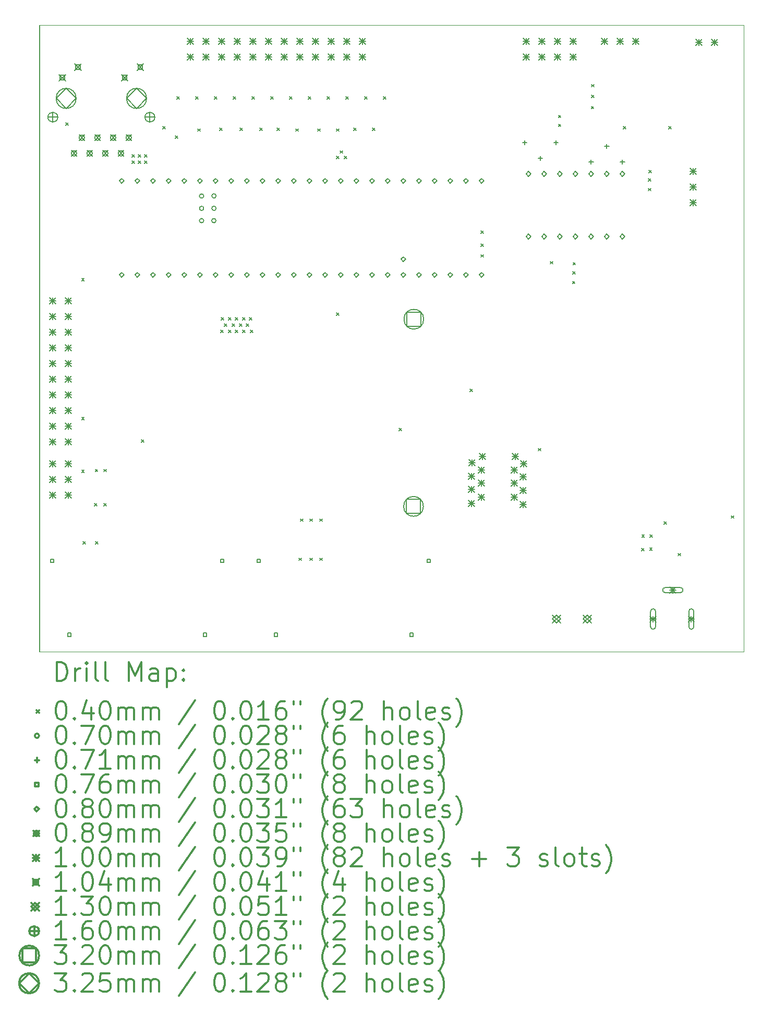
<source format=gbr>
%FSLAX45Y45*%
G04 Gerber Fmt 4.5, Leading zero omitted, Abs format (unit mm)*
G04 Created by KiCad (PCBNEW (5.1.8)-1) date 2022-01-07 12:24:24*
%MOMM*%
%LPD*%
G01*
G04 APERTURE LIST*
%TA.AperFunction,Profile*%
%ADD10C,0.050000*%
%TD*%
%TA.AperFunction,Profile*%
%ADD11C,0.150000*%
%TD*%
%ADD12C,0.200000*%
%ADD13C,0.300000*%
G04 APERTURE END LIST*
D10*
X3810000Y-3810000D02*
X15240000Y-3810000D01*
X15240000Y-13970000D02*
X3810000Y-13970000D01*
X15240000Y-3810000D02*
X15240000Y-13970000D01*
D11*
X3810000Y-13970000D02*
X3810000Y-3810000D01*
D12*
X4234500Y-5396951D02*
X4274500Y-5436951D01*
X4274500Y-5396951D02*
X4234500Y-5436951D01*
X4493580Y-7920040D02*
X4533580Y-7960040D01*
X4533580Y-7920040D02*
X4493580Y-7960040D01*
X4493580Y-10170480D02*
X4533580Y-10210480D01*
X4533580Y-10170480D02*
X4493580Y-10210480D01*
X4493580Y-11023920D02*
X4533580Y-11063920D01*
X4533580Y-11023920D02*
X4493580Y-11063920D01*
X4513900Y-12184700D02*
X4553900Y-12224700D01*
X4553900Y-12184700D02*
X4513900Y-12224700D01*
X4704400Y-11564940D02*
X4744400Y-11604940D01*
X4744400Y-11564940D02*
X4704400Y-11604940D01*
X4714560Y-11013760D02*
X4754560Y-11053760D01*
X4754560Y-11013760D02*
X4714560Y-11053760D01*
X4717100Y-12184700D02*
X4757100Y-12224700D01*
X4757100Y-12184700D02*
X4717100Y-12224700D01*
X4854260Y-11013760D02*
X4894260Y-11053760D01*
X4894260Y-11013760D02*
X4854260Y-11053760D01*
X4856800Y-11564940D02*
X4896800Y-11604940D01*
X4896800Y-11564940D02*
X4856800Y-11604940D01*
X5314000Y-5910900D02*
X5354000Y-5950900D01*
X5354000Y-5910900D02*
X5314000Y-5950900D01*
X5314000Y-6012500D02*
X5354000Y-6052500D01*
X5354000Y-6012500D02*
X5314000Y-6052500D01*
X5415600Y-5910900D02*
X5455600Y-5950900D01*
X5455600Y-5910900D02*
X5415600Y-5950900D01*
X5415600Y-6012500D02*
X5455600Y-6052500D01*
X5455600Y-6012500D02*
X5415600Y-6052500D01*
X5466400Y-10533700D02*
X5506400Y-10573700D01*
X5506400Y-10533700D02*
X5466400Y-10573700D01*
X5517200Y-5910900D02*
X5557200Y-5950900D01*
X5557200Y-5910900D02*
X5517200Y-5950900D01*
X5517200Y-6012500D02*
X5557200Y-6052500D01*
X5557200Y-6012500D02*
X5517200Y-6052500D01*
X5809300Y-5453700D02*
X5849300Y-5493700D01*
X5849300Y-5453700D02*
X5809300Y-5493700D01*
X6012500Y-5606100D02*
X6052500Y-5646100D01*
X6052500Y-5606100D02*
X6012500Y-5646100D01*
X6037900Y-4971100D02*
X6077900Y-5011100D01*
X6077900Y-4971100D02*
X6037900Y-5011100D01*
X6342700Y-4971100D02*
X6382700Y-5011100D01*
X6382700Y-4971100D02*
X6342700Y-5011100D01*
X6380800Y-5491800D02*
X6420800Y-5531800D01*
X6420800Y-5491800D02*
X6380800Y-5531800D01*
X6647500Y-4971100D02*
X6687500Y-5011100D01*
X6687500Y-4971100D02*
X6647500Y-5011100D01*
X6736400Y-5479100D02*
X6776400Y-5519100D01*
X6776400Y-5479100D02*
X6736400Y-5519100D01*
X6749100Y-8755700D02*
X6789100Y-8795700D01*
X6789100Y-8755700D02*
X6749100Y-8795700D01*
X6761800Y-8552500D02*
X6801800Y-8592500D01*
X6801800Y-8552500D02*
X6761800Y-8592500D01*
X6812600Y-8654100D02*
X6852600Y-8694100D01*
X6852600Y-8654100D02*
X6812600Y-8694100D01*
X6876100Y-8552500D02*
X6916100Y-8592500D01*
X6916100Y-8552500D02*
X6876100Y-8592500D01*
X6876100Y-8755700D02*
X6916100Y-8795700D01*
X6916100Y-8755700D02*
X6876100Y-8795700D01*
X6939600Y-8654100D02*
X6979600Y-8694100D01*
X6979600Y-8654100D02*
X6939600Y-8694100D01*
X6952300Y-4971100D02*
X6992300Y-5011100D01*
X6992300Y-4971100D02*
X6952300Y-5011100D01*
X6990400Y-8552500D02*
X7030400Y-8592500D01*
X7030400Y-8552500D02*
X6990400Y-8592500D01*
X6990400Y-8755700D02*
X7030400Y-8795700D01*
X7030400Y-8755700D02*
X6990400Y-8795700D01*
X7053900Y-8654100D02*
X7093900Y-8694100D01*
X7093900Y-8654100D02*
X7053900Y-8694100D01*
X7066600Y-5479100D02*
X7106600Y-5519100D01*
X7106600Y-5479100D02*
X7066600Y-5519100D01*
X7104700Y-8552500D02*
X7144700Y-8592500D01*
X7144700Y-8552500D02*
X7104700Y-8592500D01*
X7104700Y-8755700D02*
X7144700Y-8795700D01*
X7144700Y-8755700D02*
X7104700Y-8795700D01*
X7168200Y-8654100D02*
X7208200Y-8694100D01*
X7208200Y-8654100D02*
X7168200Y-8694100D01*
X7219000Y-8552500D02*
X7259000Y-8592500D01*
X7259000Y-8552500D02*
X7219000Y-8592500D01*
X7231700Y-8755700D02*
X7271700Y-8795700D01*
X7271700Y-8755700D02*
X7231700Y-8795700D01*
X7257100Y-4971100D02*
X7297100Y-5011100D01*
X7297100Y-4971100D02*
X7257100Y-5011100D01*
X7384100Y-5479100D02*
X7424100Y-5519100D01*
X7424100Y-5479100D02*
X7384100Y-5519100D01*
X7561900Y-4971100D02*
X7601900Y-5011100D01*
X7601900Y-4971100D02*
X7561900Y-5011100D01*
X7663500Y-5479100D02*
X7703500Y-5519100D01*
X7703500Y-5479100D02*
X7663500Y-5519100D01*
X7866700Y-4971100D02*
X7906700Y-5011100D01*
X7906700Y-4971100D02*
X7866700Y-5011100D01*
X7968300Y-5491800D02*
X8008300Y-5531800D01*
X8008300Y-5491800D02*
X7968300Y-5531800D01*
X8019100Y-12451400D02*
X8059100Y-12491400D01*
X8059100Y-12451400D02*
X8019100Y-12491400D01*
X8044500Y-11816400D02*
X8084500Y-11856400D01*
X8084500Y-11816400D02*
X8044500Y-11856400D01*
X8171500Y-4971100D02*
X8211500Y-5011100D01*
X8211500Y-4971100D02*
X8171500Y-5011100D01*
X8196900Y-11816400D02*
X8236900Y-11856400D01*
X8236900Y-11816400D02*
X8196900Y-11856400D01*
X8196900Y-12451400D02*
X8236900Y-12491400D01*
X8236900Y-12451400D02*
X8196900Y-12491400D01*
X8323900Y-5491800D02*
X8363900Y-5531800D01*
X8363900Y-5491800D02*
X8323900Y-5531800D01*
X8362000Y-11816400D02*
X8402000Y-11856400D01*
X8402000Y-11816400D02*
X8362000Y-11856400D01*
X8362000Y-12451400D02*
X8402000Y-12491400D01*
X8402000Y-12451400D02*
X8362000Y-12491400D01*
X8476300Y-4971100D02*
X8516300Y-5011100D01*
X8516300Y-4971100D02*
X8476300Y-5011100D01*
X8628700Y-5491800D02*
X8668700Y-5531800D01*
X8668700Y-5491800D02*
X8628700Y-5531800D01*
X8628700Y-5936300D02*
X8668700Y-5976300D01*
X8668700Y-5936300D02*
X8628700Y-5976300D01*
X8628700Y-8476300D02*
X8668700Y-8516300D01*
X8668700Y-8476300D02*
X8628700Y-8516300D01*
X8692200Y-5847400D02*
X8732200Y-5887400D01*
X8732200Y-5847400D02*
X8692200Y-5887400D01*
X8755700Y-5936300D02*
X8795700Y-5976300D01*
X8795700Y-5936300D02*
X8755700Y-5976300D01*
X8781100Y-4971100D02*
X8821100Y-5011100D01*
X8821100Y-4971100D02*
X8781100Y-5011100D01*
X8908100Y-5479100D02*
X8948100Y-5519100D01*
X8948100Y-5479100D02*
X8908100Y-5519100D01*
X9085900Y-4971100D02*
X9125900Y-5011100D01*
X9125900Y-4971100D02*
X9085900Y-5011100D01*
X9212900Y-5479100D02*
X9252900Y-5519100D01*
X9252900Y-5479100D02*
X9212900Y-5519100D01*
X9390700Y-4971100D02*
X9430700Y-5011100D01*
X9430700Y-4971100D02*
X9390700Y-5011100D01*
X9644700Y-10350820D02*
X9684700Y-10390820D01*
X9684700Y-10350820D02*
X9644700Y-10390820D01*
X10800400Y-9715820D02*
X10840400Y-9755820D01*
X10840400Y-9715820D02*
X10800400Y-9755820D01*
X10975660Y-7147880D02*
X11015660Y-7187880D01*
X11015660Y-7147880D02*
X10975660Y-7187880D01*
X10975660Y-7358700D02*
X11015660Y-7398700D01*
X11015660Y-7358700D02*
X10975660Y-7398700D01*
X10975660Y-7533960D02*
X11015660Y-7573960D01*
X11015660Y-7533960D02*
X10975660Y-7573960D01*
X11905300Y-10673400D02*
X11945300Y-10713400D01*
X11945300Y-10673400D02*
X11905300Y-10713400D01*
X12103420Y-7643180D02*
X12143420Y-7683180D01*
X12143420Y-7643180D02*
X12103420Y-7683180D01*
X12232960Y-5273360D02*
X12272960Y-5313360D01*
X12272960Y-5273360D02*
X12232960Y-5313360D01*
X12232960Y-5415600D02*
X12272960Y-5455600D01*
X12272960Y-5415600D02*
X12232960Y-5455600D01*
X12461560Y-7965760D02*
X12501560Y-8005760D01*
X12501560Y-7965760D02*
X12461560Y-8005760D01*
X12464100Y-7810820D02*
X12504100Y-7850820D01*
X12504100Y-7810820D02*
X12464100Y-7850820D01*
X12469180Y-7660960D02*
X12509180Y-7700960D01*
X12509180Y-7660960D02*
X12469180Y-7700960D01*
X12766360Y-5128580D02*
X12806360Y-5168580D01*
X12806360Y-5128580D02*
X12766360Y-5168580D01*
X12768900Y-4945700D02*
X12808900Y-4985700D01*
X12808900Y-4945700D02*
X12768900Y-4985700D01*
X12771440Y-4772980D02*
X12811440Y-4812980D01*
X12811440Y-4772980D02*
X12771440Y-4812980D01*
X13289600Y-5453700D02*
X13329600Y-5493700D01*
X13329600Y-5453700D02*
X13289600Y-5493700D01*
X13581700Y-12293920D02*
X13621700Y-12333920D01*
X13621700Y-12293920D02*
X13581700Y-12333920D01*
X13586780Y-12078020D02*
X13626780Y-12118020D01*
X13626780Y-12078020D02*
X13586780Y-12118020D01*
X13694199Y-6458801D02*
X13734199Y-6498801D01*
X13734199Y-6458801D02*
X13694199Y-6498801D01*
X13696000Y-6302060D02*
X13736000Y-6342060D01*
X13736000Y-6302060D02*
X13696000Y-6342060D01*
X13701250Y-6163800D02*
X13741250Y-6203800D01*
X13741250Y-6163800D02*
X13701250Y-6203800D01*
X13713780Y-12286300D02*
X13753780Y-12326300D01*
X13753780Y-12286300D02*
X13713780Y-12326300D01*
X13716320Y-12078020D02*
X13756320Y-12118020D01*
X13756320Y-12078020D02*
X13716320Y-12118020D01*
X13945000Y-11862200D02*
X13985000Y-11902200D01*
X13985000Y-11862200D02*
X13945000Y-11902200D01*
X14026200Y-5453700D02*
X14066200Y-5493700D01*
X14066200Y-5453700D02*
X14026200Y-5493700D01*
X14178600Y-12375200D02*
X14218600Y-12415200D01*
X14218600Y-12375200D02*
X14178600Y-12415200D01*
X15042200Y-11765600D02*
X15082200Y-11805600D01*
X15082200Y-11765600D02*
X15042200Y-11805600D01*
X6475500Y-6582300D02*
G75*
G03*
X6475500Y-6582300I-35000J0D01*
G01*
X6475500Y-6782300D02*
G75*
G03*
X6475500Y-6782300I-35000J0D01*
G01*
X6475500Y-6982300D02*
G75*
G03*
X6475500Y-6982300I-35000J0D01*
G01*
X6675500Y-6582300D02*
G75*
G03*
X6675500Y-6582300I-35000J0D01*
G01*
X6675500Y-6782300D02*
G75*
G03*
X6675500Y-6782300I-35000J0D01*
G01*
X6675500Y-6982300D02*
G75*
G03*
X6675500Y-6982300I-35000J0D01*
G01*
X12763500Y-5994400D02*
X12763500Y-6065520D01*
X12727940Y-6029960D02*
X12799060Y-6029960D01*
X13017500Y-5740400D02*
X13017500Y-5811520D01*
X12981940Y-5775960D02*
X13053060Y-5775960D01*
X13271500Y-5994400D02*
X13271500Y-6065520D01*
X13235940Y-6029960D02*
X13307060Y-6029960D01*
X11684000Y-5679440D02*
X11684000Y-5750560D01*
X11648440Y-5715000D02*
X11719560Y-5715000D01*
X11938000Y-5933440D02*
X11938000Y-6004560D01*
X11902440Y-5969000D02*
X11973560Y-5969000D01*
X12192000Y-5679440D02*
X12192000Y-5750560D01*
X12156440Y-5715000D02*
X12227560Y-5715000D01*
X7392941Y-12523741D02*
X7392941Y-12469859D01*
X7339059Y-12469859D01*
X7339059Y-12523741D01*
X7392941Y-12523741D01*
X7672941Y-13723741D02*
X7672941Y-13669859D01*
X7619059Y-13669859D01*
X7619059Y-13723741D01*
X7672941Y-13723741D01*
X9872941Y-13723741D02*
X9872941Y-13669859D01*
X9819059Y-13669859D01*
X9819059Y-13723741D01*
X9872941Y-13723741D01*
X10152941Y-12523741D02*
X10152941Y-12469859D01*
X10099059Y-12469859D01*
X10099059Y-12523741D01*
X10152941Y-12523741D01*
X4040141Y-12523741D02*
X4040141Y-12469859D01*
X3986259Y-12469859D01*
X3986259Y-12523741D01*
X4040141Y-12523741D01*
X4320141Y-13723741D02*
X4320141Y-13669859D01*
X4266259Y-13669859D01*
X4266259Y-13723741D01*
X4320141Y-13723741D01*
X6520141Y-13723741D02*
X6520141Y-13669859D01*
X6466259Y-13669859D01*
X6466259Y-13723741D01*
X6520141Y-13723741D01*
X6800141Y-12523741D02*
X6800141Y-12469859D01*
X6746259Y-12469859D01*
X6746259Y-12523741D01*
X6800141Y-12523741D01*
X11747500Y-6263000D02*
X11787500Y-6223000D01*
X11747500Y-6183000D01*
X11707500Y-6223000D01*
X11747500Y-6263000D01*
X11747500Y-7279000D02*
X11787500Y-7239000D01*
X11747500Y-7199000D01*
X11707500Y-7239000D01*
X11747500Y-7279000D01*
X12001500Y-6263000D02*
X12041500Y-6223000D01*
X12001500Y-6183000D01*
X11961500Y-6223000D01*
X12001500Y-6263000D01*
X12001500Y-7279000D02*
X12041500Y-7239000D01*
X12001500Y-7199000D01*
X11961500Y-7239000D01*
X12001500Y-7279000D01*
X12255500Y-6263000D02*
X12295500Y-6223000D01*
X12255500Y-6183000D01*
X12215500Y-6223000D01*
X12255500Y-6263000D01*
X12255500Y-7279000D02*
X12295500Y-7239000D01*
X12255500Y-7199000D01*
X12215500Y-7239000D01*
X12255500Y-7279000D01*
X12509500Y-6263000D02*
X12549500Y-6223000D01*
X12509500Y-6183000D01*
X12469500Y-6223000D01*
X12509500Y-6263000D01*
X12509500Y-7279000D02*
X12549500Y-7239000D01*
X12509500Y-7199000D01*
X12469500Y-7239000D01*
X12509500Y-7279000D01*
X12763500Y-6263000D02*
X12803500Y-6223000D01*
X12763500Y-6183000D01*
X12723500Y-6223000D01*
X12763500Y-6263000D01*
X12763500Y-7279000D02*
X12803500Y-7239000D01*
X12763500Y-7199000D01*
X12723500Y-7239000D01*
X12763500Y-7279000D01*
X13017500Y-6263000D02*
X13057500Y-6223000D01*
X13017500Y-6183000D01*
X12977500Y-6223000D01*
X13017500Y-6263000D01*
X13017500Y-7279000D02*
X13057500Y-7239000D01*
X13017500Y-7199000D01*
X12977500Y-7239000D01*
X13017500Y-7279000D01*
X13271500Y-6263000D02*
X13311500Y-6223000D01*
X13271500Y-6183000D01*
X13231500Y-6223000D01*
X13271500Y-6263000D01*
X13271500Y-7279000D02*
X13311500Y-7239000D01*
X13271500Y-7199000D01*
X13231500Y-7239000D01*
X13271500Y-7279000D01*
X5143500Y-6377300D02*
X5183500Y-6337300D01*
X5143500Y-6297300D01*
X5103500Y-6337300D01*
X5143500Y-6377300D01*
X5143500Y-7901300D02*
X5183500Y-7861300D01*
X5143500Y-7821300D01*
X5103500Y-7861300D01*
X5143500Y-7901300D01*
X5397500Y-6377300D02*
X5437500Y-6337300D01*
X5397500Y-6297300D01*
X5357500Y-6337300D01*
X5397500Y-6377300D01*
X5397500Y-7901300D02*
X5437500Y-7861300D01*
X5397500Y-7821300D01*
X5357500Y-7861300D01*
X5397500Y-7901300D01*
X5651500Y-6377300D02*
X5691500Y-6337300D01*
X5651500Y-6297300D01*
X5611500Y-6337300D01*
X5651500Y-6377300D01*
X5651500Y-7901300D02*
X5691500Y-7861300D01*
X5651500Y-7821300D01*
X5611500Y-7861300D01*
X5651500Y-7901300D01*
X5905500Y-6377300D02*
X5945500Y-6337300D01*
X5905500Y-6297300D01*
X5865500Y-6337300D01*
X5905500Y-6377300D01*
X5905500Y-7901300D02*
X5945500Y-7861300D01*
X5905500Y-7821300D01*
X5865500Y-7861300D01*
X5905500Y-7901300D01*
X6159500Y-6377300D02*
X6199500Y-6337300D01*
X6159500Y-6297300D01*
X6119500Y-6337300D01*
X6159500Y-6377300D01*
X6159500Y-7901300D02*
X6199500Y-7861300D01*
X6159500Y-7821300D01*
X6119500Y-7861300D01*
X6159500Y-7901300D01*
X6413500Y-6377300D02*
X6453500Y-6337300D01*
X6413500Y-6297300D01*
X6373500Y-6337300D01*
X6413500Y-6377300D01*
X6413500Y-7901300D02*
X6453500Y-7861300D01*
X6413500Y-7821300D01*
X6373500Y-7861300D01*
X6413500Y-7901300D01*
X6667500Y-6377300D02*
X6707500Y-6337300D01*
X6667500Y-6297300D01*
X6627500Y-6337300D01*
X6667500Y-6377300D01*
X6667500Y-7901300D02*
X6707500Y-7861300D01*
X6667500Y-7821300D01*
X6627500Y-7861300D01*
X6667500Y-7901300D01*
X6921500Y-6377300D02*
X6961500Y-6337300D01*
X6921500Y-6297300D01*
X6881500Y-6337300D01*
X6921500Y-6377300D01*
X6921500Y-7901300D02*
X6961500Y-7861300D01*
X6921500Y-7821300D01*
X6881500Y-7861300D01*
X6921500Y-7901300D01*
X7175500Y-6377300D02*
X7215500Y-6337300D01*
X7175500Y-6297300D01*
X7135500Y-6337300D01*
X7175500Y-6377300D01*
X7175500Y-7901300D02*
X7215500Y-7861300D01*
X7175500Y-7821300D01*
X7135500Y-7861300D01*
X7175500Y-7901300D01*
X7429500Y-6377300D02*
X7469500Y-6337300D01*
X7429500Y-6297300D01*
X7389500Y-6337300D01*
X7429500Y-6377300D01*
X7429500Y-7901300D02*
X7469500Y-7861300D01*
X7429500Y-7821300D01*
X7389500Y-7861300D01*
X7429500Y-7901300D01*
X7683500Y-6377300D02*
X7723500Y-6337300D01*
X7683500Y-6297300D01*
X7643500Y-6337300D01*
X7683500Y-6377300D01*
X7683500Y-7901300D02*
X7723500Y-7861300D01*
X7683500Y-7821300D01*
X7643500Y-7861300D01*
X7683500Y-7901300D01*
X7937500Y-6377300D02*
X7977500Y-6337300D01*
X7937500Y-6297300D01*
X7897500Y-6337300D01*
X7937500Y-6377300D01*
X7937500Y-7901300D02*
X7977500Y-7861300D01*
X7937500Y-7821300D01*
X7897500Y-7861300D01*
X7937500Y-7901300D01*
X8191500Y-6377300D02*
X8231500Y-6337300D01*
X8191500Y-6297300D01*
X8151500Y-6337300D01*
X8191500Y-6377300D01*
X8191500Y-7901300D02*
X8231500Y-7861300D01*
X8191500Y-7821300D01*
X8151500Y-7861300D01*
X8191500Y-7901300D01*
X8445500Y-6377300D02*
X8485500Y-6337300D01*
X8445500Y-6297300D01*
X8405500Y-6337300D01*
X8445500Y-6377300D01*
X8445500Y-7901300D02*
X8485500Y-7861300D01*
X8445500Y-7821300D01*
X8405500Y-7861300D01*
X8445500Y-7901300D01*
X8699500Y-6377300D02*
X8739500Y-6337300D01*
X8699500Y-6297300D01*
X8659500Y-6337300D01*
X8699500Y-6377300D01*
X8699500Y-7901300D02*
X8739500Y-7861300D01*
X8699500Y-7821300D01*
X8659500Y-7861300D01*
X8699500Y-7901300D01*
X8953500Y-6377300D02*
X8993500Y-6337300D01*
X8953500Y-6297300D01*
X8913500Y-6337300D01*
X8953500Y-6377300D01*
X8953500Y-7901300D02*
X8993500Y-7861300D01*
X8953500Y-7821300D01*
X8913500Y-7861300D01*
X8953500Y-7901300D01*
X9207500Y-6377300D02*
X9247500Y-6337300D01*
X9207500Y-6297300D01*
X9167500Y-6337300D01*
X9207500Y-6377300D01*
X9207500Y-7901300D02*
X9247500Y-7861300D01*
X9207500Y-7821300D01*
X9167500Y-7861300D01*
X9207500Y-7901300D01*
X9461500Y-6377300D02*
X9501500Y-6337300D01*
X9461500Y-6297300D01*
X9421500Y-6337300D01*
X9461500Y-6377300D01*
X9461500Y-7901300D02*
X9501500Y-7861300D01*
X9461500Y-7821300D01*
X9421500Y-7861300D01*
X9461500Y-7901300D01*
X9715500Y-6377300D02*
X9755500Y-6337300D01*
X9715500Y-6297300D01*
X9675500Y-6337300D01*
X9715500Y-6377300D01*
X9715500Y-7647300D02*
X9755500Y-7607300D01*
X9715500Y-7567300D01*
X9675500Y-7607300D01*
X9715500Y-7647300D01*
X9715500Y-7901300D02*
X9755500Y-7861300D01*
X9715500Y-7821300D01*
X9675500Y-7861300D01*
X9715500Y-7901300D01*
X9969500Y-6377300D02*
X10009500Y-6337300D01*
X9969500Y-6297300D01*
X9929500Y-6337300D01*
X9969500Y-6377300D01*
X9969500Y-7901300D02*
X10009500Y-7861300D01*
X9969500Y-7821300D01*
X9929500Y-7861300D01*
X9969500Y-7901300D01*
X10223500Y-6377300D02*
X10263500Y-6337300D01*
X10223500Y-6297300D01*
X10183500Y-6337300D01*
X10223500Y-6377300D01*
X10223500Y-7901300D02*
X10263500Y-7861300D01*
X10223500Y-7821300D01*
X10183500Y-7861300D01*
X10223500Y-7901300D01*
X10477500Y-6377300D02*
X10517500Y-6337300D01*
X10477500Y-6297300D01*
X10437500Y-6337300D01*
X10477500Y-6377300D01*
X10477500Y-7901300D02*
X10517500Y-7861300D01*
X10477500Y-7821300D01*
X10437500Y-7861300D01*
X10477500Y-7901300D01*
X10731500Y-6377300D02*
X10771500Y-6337300D01*
X10731500Y-6297300D01*
X10691500Y-6337300D01*
X10731500Y-6377300D01*
X10731500Y-7901300D02*
X10771500Y-7861300D01*
X10731500Y-7821300D01*
X10691500Y-7861300D01*
X10731500Y-7901300D01*
X10985500Y-6377300D02*
X11025500Y-6337300D01*
X10985500Y-6297300D01*
X10945500Y-6337300D01*
X10985500Y-6377300D01*
X10985500Y-7901300D02*
X11025500Y-7861300D01*
X10985500Y-7821300D01*
X10945500Y-7861300D01*
X10985500Y-7901300D01*
X4324350Y-5846351D02*
X4413250Y-5935251D01*
X4413250Y-5846351D02*
X4324350Y-5935251D01*
X4413250Y-5890801D02*
G75*
G03*
X4413250Y-5890801I-44450J0D01*
G01*
X4451350Y-5592351D02*
X4540250Y-5681251D01*
X4540250Y-5592351D02*
X4451350Y-5681251D01*
X4540250Y-5636801D02*
G75*
G03*
X4540250Y-5636801I-44450J0D01*
G01*
X4578350Y-5846351D02*
X4667250Y-5935251D01*
X4667250Y-5846351D02*
X4578350Y-5935251D01*
X4667250Y-5890801D02*
G75*
G03*
X4667250Y-5890801I-44450J0D01*
G01*
X4705350Y-5592351D02*
X4794250Y-5681251D01*
X4794250Y-5592351D02*
X4705350Y-5681251D01*
X4794250Y-5636801D02*
G75*
G03*
X4794250Y-5636801I-44450J0D01*
G01*
X4832350Y-5846351D02*
X4921250Y-5935251D01*
X4921250Y-5846351D02*
X4832350Y-5935251D01*
X4921250Y-5890801D02*
G75*
G03*
X4921250Y-5890801I-44450J0D01*
G01*
X4959350Y-5592351D02*
X5048250Y-5681251D01*
X5048250Y-5592351D02*
X4959350Y-5681251D01*
X5048250Y-5636801D02*
G75*
G03*
X5048250Y-5636801I-44450J0D01*
G01*
X5086350Y-5846351D02*
X5175250Y-5935251D01*
X5175250Y-5846351D02*
X5086350Y-5935251D01*
X5175250Y-5890801D02*
G75*
G03*
X5175250Y-5890801I-44450J0D01*
G01*
X5213350Y-5592351D02*
X5302250Y-5681251D01*
X5302250Y-5592351D02*
X5213350Y-5681251D01*
X5302250Y-5636801D02*
G75*
G03*
X5302250Y-5636801I-44450J0D01*
G01*
X10770400Y-11075200D02*
X10870400Y-11175200D01*
X10870400Y-11075200D02*
X10770400Y-11175200D01*
X10820400Y-11075200D02*
X10820400Y-11175200D01*
X10770400Y-11125200D02*
X10870400Y-11125200D01*
X10770400Y-11291100D02*
X10870400Y-11391100D01*
X10870400Y-11291100D02*
X10770400Y-11391100D01*
X10820400Y-11291100D02*
X10820400Y-11391100D01*
X10770400Y-11341100D02*
X10870400Y-11341100D01*
X10770400Y-11519700D02*
X10870400Y-11619700D01*
X10870400Y-11519700D02*
X10770400Y-11619700D01*
X10820400Y-11519700D02*
X10820400Y-11619700D01*
X10770400Y-11569700D02*
X10870400Y-11569700D01*
X10783100Y-10859300D02*
X10883100Y-10959300D01*
X10883100Y-10859300D02*
X10783100Y-10959300D01*
X10833100Y-10859300D02*
X10833100Y-10959300D01*
X10783100Y-10909300D02*
X10883100Y-10909300D01*
X10935500Y-10973600D02*
X11035500Y-11073600D01*
X11035500Y-10973600D02*
X10935500Y-11073600D01*
X10985500Y-10973600D02*
X10985500Y-11073600D01*
X10935500Y-11023600D02*
X11035500Y-11023600D01*
X10935500Y-11189500D02*
X11035500Y-11289500D01*
X11035500Y-11189500D02*
X10935500Y-11289500D01*
X10985500Y-11189500D02*
X10985500Y-11289500D01*
X10935500Y-11239500D02*
X11035500Y-11239500D01*
X10935500Y-11418100D02*
X11035500Y-11518100D01*
X11035500Y-11418100D02*
X10935500Y-11518100D01*
X10985500Y-11418100D02*
X10985500Y-11518100D01*
X10935500Y-11468100D02*
X11035500Y-11468100D01*
X10948200Y-10757700D02*
X11048200Y-10857700D01*
X11048200Y-10757700D02*
X10948200Y-10857700D01*
X10998200Y-10757700D02*
X10998200Y-10857700D01*
X10948200Y-10807700D02*
X11048200Y-10807700D01*
X11468900Y-10973600D02*
X11568900Y-11073600D01*
X11568900Y-10973600D02*
X11468900Y-11073600D01*
X11518900Y-10973600D02*
X11518900Y-11073600D01*
X11468900Y-11023600D02*
X11568900Y-11023600D01*
X11468900Y-11189500D02*
X11568900Y-11289500D01*
X11568900Y-11189500D02*
X11468900Y-11289500D01*
X11518900Y-11189500D02*
X11518900Y-11289500D01*
X11468900Y-11239500D02*
X11568900Y-11239500D01*
X11468900Y-11418100D02*
X11568900Y-11518100D01*
X11568900Y-11418100D02*
X11468900Y-11518100D01*
X11518900Y-11418100D02*
X11518900Y-11518100D01*
X11468900Y-11468100D02*
X11568900Y-11468100D01*
X11481600Y-10757700D02*
X11581600Y-10857700D01*
X11581600Y-10757700D02*
X11481600Y-10857700D01*
X11531600Y-10757700D02*
X11531600Y-10857700D01*
X11481600Y-10807700D02*
X11581600Y-10807700D01*
X11608600Y-11087900D02*
X11708600Y-11187900D01*
X11708600Y-11087900D02*
X11608600Y-11187900D01*
X11658600Y-11087900D02*
X11658600Y-11187900D01*
X11608600Y-11137900D02*
X11708600Y-11137900D01*
X11608600Y-11303800D02*
X11708600Y-11403800D01*
X11708600Y-11303800D02*
X11608600Y-11403800D01*
X11658600Y-11303800D02*
X11658600Y-11403800D01*
X11608600Y-11353800D02*
X11708600Y-11353800D01*
X11608600Y-11532400D02*
X11708600Y-11632400D01*
X11708600Y-11532400D02*
X11608600Y-11632400D01*
X11658600Y-11532400D02*
X11658600Y-11632400D01*
X11608600Y-11582400D02*
X11708600Y-11582400D01*
X11621300Y-10872000D02*
X11721300Y-10972000D01*
X11721300Y-10872000D02*
X11621300Y-10972000D01*
X11671300Y-10872000D02*
X11671300Y-10972000D01*
X11621300Y-10922000D02*
X11721300Y-10922000D01*
X6211100Y-4026700D02*
X6311100Y-4126700D01*
X6311100Y-4026700D02*
X6211100Y-4126700D01*
X6261100Y-4026700D02*
X6261100Y-4126700D01*
X6211100Y-4076700D02*
X6311100Y-4076700D01*
X6211100Y-4280700D02*
X6311100Y-4380700D01*
X6311100Y-4280700D02*
X6211100Y-4380700D01*
X6261100Y-4280700D02*
X6261100Y-4380700D01*
X6211100Y-4330700D02*
X6311100Y-4330700D01*
X6465100Y-4026700D02*
X6565100Y-4126700D01*
X6565100Y-4026700D02*
X6465100Y-4126700D01*
X6515100Y-4026700D02*
X6515100Y-4126700D01*
X6465100Y-4076700D02*
X6565100Y-4076700D01*
X6465100Y-4280700D02*
X6565100Y-4380700D01*
X6565100Y-4280700D02*
X6465100Y-4380700D01*
X6515100Y-4280700D02*
X6515100Y-4380700D01*
X6465100Y-4330700D02*
X6565100Y-4330700D01*
X6719100Y-4026700D02*
X6819100Y-4126700D01*
X6819100Y-4026700D02*
X6719100Y-4126700D01*
X6769100Y-4026700D02*
X6769100Y-4126700D01*
X6719100Y-4076700D02*
X6819100Y-4076700D01*
X6719100Y-4280700D02*
X6819100Y-4380700D01*
X6819100Y-4280700D02*
X6719100Y-4380700D01*
X6769100Y-4280700D02*
X6769100Y-4380700D01*
X6719100Y-4330700D02*
X6819100Y-4330700D01*
X6973100Y-4026700D02*
X7073100Y-4126700D01*
X7073100Y-4026700D02*
X6973100Y-4126700D01*
X7023100Y-4026700D02*
X7023100Y-4126700D01*
X6973100Y-4076700D02*
X7073100Y-4076700D01*
X6973100Y-4280700D02*
X7073100Y-4380700D01*
X7073100Y-4280700D02*
X6973100Y-4380700D01*
X7023100Y-4280700D02*
X7023100Y-4380700D01*
X6973100Y-4330700D02*
X7073100Y-4330700D01*
X7227100Y-4026700D02*
X7327100Y-4126700D01*
X7327100Y-4026700D02*
X7227100Y-4126700D01*
X7277100Y-4026700D02*
X7277100Y-4126700D01*
X7227100Y-4076700D02*
X7327100Y-4076700D01*
X7227100Y-4280700D02*
X7327100Y-4380700D01*
X7327100Y-4280700D02*
X7227100Y-4380700D01*
X7277100Y-4280700D02*
X7277100Y-4380700D01*
X7227100Y-4330700D02*
X7327100Y-4330700D01*
X7481100Y-4026700D02*
X7581100Y-4126700D01*
X7581100Y-4026700D02*
X7481100Y-4126700D01*
X7531100Y-4026700D02*
X7531100Y-4126700D01*
X7481100Y-4076700D02*
X7581100Y-4076700D01*
X7481100Y-4280700D02*
X7581100Y-4380700D01*
X7581100Y-4280700D02*
X7481100Y-4380700D01*
X7531100Y-4280700D02*
X7531100Y-4380700D01*
X7481100Y-4330700D02*
X7581100Y-4330700D01*
X7735100Y-4026700D02*
X7835100Y-4126700D01*
X7835100Y-4026700D02*
X7735100Y-4126700D01*
X7785100Y-4026700D02*
X7785100Y-4126700D01*
X7735100Y-4076700D02*
X7835100Y-4076700D01*
X7735100Y-4280700D02*
X7835100Y-4380700D01*
X7835100Y-4280700D02*
X7735100Y-4380700D01*
X7785100Y-4280700D02*
X7785100Y-4380700D01*
X7735100Y-4330700D02*
X7835100Y-4330700D01*
X7989100Y-4026700D02*
X8089100Y-4126700D01*
X8089100Y-4026700D02*
X7989100Y-4126700D01*
X8039100Y-4026700D02*
X8039100Y-4126700D01*
X7989100Y-4076700D02*
X8089100Y-4076700D01*
X7989100Y-4280700D02*
X8089100Y-4380700D01*
X8089100Y-4280700D02*
X7989100Y-4380700D01*
X8039100Y-4280700D02*
X8039100Y-4380700D01*
X7989100Y-4330700D02*
X8089100Y-4330700D01*
X8243100Y-4026700D02*
X8343100Y-4126700D01*
X8343100Y-4026700D02*
X8243100Y-4126700D01*
X8293100Y-4026700D02*
X8293100Y-4126700D01*
X8243100Y-4076700D02*
X8343100Y-4076700D01*
X8243100Y-4280700D02*
X8343100Y-4380700D01*
X8343100Y-4280700D02*
X8243100Y-4380700D01*
X8293100Y-4280700D02*
X8293100Y-4380700D01*
X8243100Y-4330700D02*
X8343100Y-4330700D01*
X8497100Y-4026700D02*
X8597100Y-4126700D01*
X8597100Y-4026700D02*
X8497100Y-4126700D01*
X8547100Y-4026700D02*
X8547100Y-4126700D01*
X8497100Y-4076700D02*
X8597100Y-4076700D01*
X8497100Y-4280700D02*
X8597100Y-4380700D01*
X8597100Y-4280700D02*
X8497100Y-4380700D01*
X8547100Y-4280700D02*
X8547100Y-4380700D01*
X8497100Y-4330700D02*
X8597100Y-4330700D01*
X8751100Y-4026700D02*
X8851100Y-4126700D01*
X8851100Y-4026700D02*
X8751100Y-4126700D01*
X8801100Y-4026700D02*
X8801100Y-4126700D01*
X8751100Y-4076700D02*
X8851100Y-4076700D01*
X8751100Y-4280700D02*
X8851100Y-4380700D01*
X8851100Y-4280700D02*
X8751100Y-4380700D01*
X8801100Y-4280700D02*
X8801100Y-4380700D01*
X8751100Y-4330700D02*
X8851100Y-4330700D01*
X9005100Y-4026700D02*
X9105100Y-4126700D01*
X9105100Y-4026700D02*
X9005100Y-4126700D01*
X9055100Y-4026700D02*
X9055100Y-4126700D01*
X9005100Y-4076700D02*
X9105100Y-4076700D01*
X9005100Y-4280700D02*
X9105100Y-4380700D01*
X9105100Y-4280700D02*
X9005100Y-4380700D01*
X9055100Y-4280700D02*
X9055100Y-4380700D01*
X9005100Y-4330700D02*
X9105100Y-4330700D01*
X3975900Y-10872000D02*
X4075900Y-10972000D01*
X4075900Y-10872000D02*
X3975900Y-10972000D01*
X4025900Y-10872000D02*
X4025900Y-10972000D01*
X3975900Y-10922000D02*
X4075900Y-10922000D01*
X3975900Y-11126000D02*
X4075900Y-11226000D01*
X4075900Y-11126000D02*
X3975900Y-11226000D01*
X4025900Y-11126000D02*
X4025900Y-11226000D01*
X3975900Y-11176000D02*
X4075900Y-11176000D01*
X3975900Y-11380000D02*
X4075900Y-11480000D01*
X4075900Y-11380000D02*
X3975900Y-11480000D01*
X4025900Y-11380000D02*
X4025900Y-11480000D01*
X3975900Y-11430000D02*
X4075900Y-11430000D01*
X4229900Y-10872000D02*
X4329900Y-10972000D01*
X4329900Y-10872000D02*
X4229900Y-10972000D01*
X4279900Y-10872000D02*
X4279900Y-10972000D01*
X4229900Y-10922000D02*
X4329900Y-10922000D01*
X4229900Y-11126000D02*
X4329900Y-11226000D01*
X4329900Y-11126000D02*
X4229900Y-11226000D01*
X4279900Y-11126000D02*
X4279900Y-11226000D01*
X4229900Y-11176000D02*
X4329900Y-11176000D01*
X4229900Y-11380000D02*
X4329900Y-11480000D01*
X4329900Y-11380000D02*
X4229900Y-11480000D01*
X4279900Y-11380000D02*
X4279900Y-11480000D01*
X4229900Y-11430000D02*
X4329900Y-11430000D01*
X11659400Y-4026700D02*
X11759400Y-4126700D01*
X11759400Y-4026700D02*
X11659400Y-4126700D01*
X11709400Y-4026700D02*
X11709400Y-4126700D01*
X11659400Y-4076700D02*
X11759400Y-4076700D01*
X11659400Y-4280700D02*
X11759400Y-4380700D01*
X11759400Y-4280700D02*
X11659400Y-4380700D01*
X11709400Y-4280700D02*
X11709400Y-4380700D01*
X11659400Y-4330700D02*
X11759400Y-4330700D01*
X11913400Y-4026700D02*
X12013400Y-4126700D01*
X12013400Y-4026700D02*
X11913400Y-4126700D01*
X11963400Y-4026700D02*
X11963400Y-4126700D01*
X11913400Y-4076700D02*
X12013400Y-4076700D01*
X11913400Y-4280700D02*
X12013400Y-4380700D01*
X12013400Y-4280700D02*
X11913400Y-4380700D01*
X11963400Y-4280700D02*
X11963400Y-4380700D01*
X11913400Y-4330700D02*
X12013400Y-4330700D01*
X12167400Y-4026700D02*
X12267400Y-4126700D01*
X12267400Y-4026700D02*
X12167400Y-4126700D01*
X12217400Y-4026700D02*
X12217400Y-4126700D01*
X12167400Y-4076700D02*
X12267400Y-4076700D01*
X12167400Y-4280700D02*
X12267400Y-4380700D01*
X12267400Y-4280700D02*
X12167400Y-4380700D01*
X12217400Y-4280700D02*
X12217400Y-4380700D01*
X12167400Y-4330700D02*
X12267400Y-4330700D01*
X12421400Y-4026700D02*
X12521400Y-4126700D01*
X12521400Y-4026700D02*
X12421400Y-4126700D01*
X12471400Y-4026700D02*
X12471400Y-4126700D01*
X12421400Y-4076700D02*
X12521400Y-4076700D01*
X12421400Y-4280700D02*
X12521400Y-4380700D01*
X12521400Y-4280700D02*
X12421400Y-4380700D01*
X12471400Y-4280700D02*
X12471400Y-4380700D01*
X12421400Y-4330700D02*
X12521400Y-4330700D01*
X13719820Y-13391680D02*
X13819820Y-13491680D01*
X13819820Y-13391680D02*
X13719820Y-13491680D01*
X13769820Y-13391680D02*
X13769820Y-13491680D01*
X13719820Y-13441680D02*
X13819820Y-13441680D01*
X13809820Y-13566680D02*
X13809820Y-13316680D01*
X13729820Y-13566680D02*
X13729820Y-13316680D01*
X13809820Y-13316680D02*
G75*
G03*
X13729820Y-13316680I-40000J0D01*
G01*
X13729820Y-13566680D02*
G75*
G03*
X13809820Y-13566680I40000J0D01*
G01*
X14039820Y-12921680D02*
X14139820Y-13021680D01*
X14139820Y-12921680D02*
X14039820Y-13021680D01*
X14089820Y-12921680D02*
X14089820Y-13021680D01*
X14039820Y-12971680D02*
X14139820Y-12971680D01*
X13964820Y-13011680D02*
X14214820Y-13011680D01*
X13964820Y-12931680D02*
X14214820Y-12931680D01*
X14214820Y-13011680D02*
G75*
G03*
X14214820Y-12931680I0J40000D01*
G01*
X13964820Y-12931680D02*
G75*
G03*
X13964820Y-13011680I0J-40000D01*
G01*
X14339820Y-13391680D02*
X14439820Y-13491680D01*
X14439820Y-13391680D02*
X14339820Y-13491680D01*
X14389820Y-13391680D02*
X14389820Y-13491680D01*
X14339820Y-13441680D02*
X14439820Y-13441680D01*
X14429820Y-13566680D02*
X14429820Y-13316680D01*
X14349820Y-13566680D02*
X14349820Y-13316680D01*
X14429820Y-13316680D02*
G75*
G03*
X14349820Y-13316680I-40000J0D01*
G01*
X14349820Y-13566680D02*
G75*
G03*
X14429820Y-13566680I40000J0D01*
G01*
X14370850Y-6134900D02*
X14470850Y-6234900D01*
X14470850Y-6134900D02*
X14370850Y-6234900D01*
X14420850Y-6134900D02*
X14420850Y-6234900D01*
X14370850Y-6184900D02*
X14470850Y-6184900D01*
X14370850Y-6388900D02*
X14470850Y-6488900D01*
X14470850Y-6388900D02*
X14370850Y-6488900D01*
X14420850Y-6388900D02*
X14420850Y-6488900D01*
X14370850Y-6438900D02*
X14470850Y-6438900D01*
X14370850Y-6642900D02*
X14470850Y-6742900D01*
X14470850Y-6642900D02*
X14370850Y-6742900D01*
X14420850Y-6642900D02*
X14420850Y-6742900D01*
X14370850Y-6692900D02*
X14470850Y-6692900D01*
X12929400Y-4026700D02*
X13029400Y-4126700D01*
X13029400Y-4026700D02*
X12929400Y-4126700D01*
X12979400Y-4026700D02*
X12979400Y-4126700D01*
X12929400Y-4076700D02*
X13029400Y-4076700D01*
X13183400Y-4026700D02*
X13283400Y-4126700D01*
X13283400Y-4026700D02*
X13183400Y-4126700D01*
X13233400Y-4026700D02*
X13233400Y-4126700D01*
X13183400Y-4076700D02*
X13283400Y-4076700D01*
X13437400Y-4026700D02*
X13537400Y-4126700D01*
X13537400Y-4026700D02*
X13437400Y-4126700D01*
X13487400Y-4026700D02*
X13487400Y-4126700D01*
X13437400Y-4076700D02*
X13537400Y-4076700D01*
X3975900Y-8230400D02*
X4075900Y-8330400D01*
X4075900Y-8230400D02*
X3975900Y-8330400D01*
X4025900Y-8230400D02*
X4025900Y-8330400D01*
X3975900Y-8280400D02*
X4075900Y-8280400D01*
X3975900Y-8484400D02*
X4075900Y-8584400D01*
X4075900Y-8484400D02*
X3975900Y-8584400D01*
X4025900Y-8484400D02*
X4025900Y-8584400D01*
X3975900Y-8534400D02*
X4075900Y-8534400D01*
X3975900Y-8738400D02*
X4075900Y-8838400D01*
X4075900Y-8738400D02*
X3975900Y-8838400D01*
X4025900Y-8738400D02*
X4025900Y-8838400D01*
X3975900Y-8788400D02*
X4075900Y-8788400D01*
X3975900Y-8992400D02*
X4075900Y-9092400D01*
X4075900Y-8992400D02*
X3975900Y-9092400D01*
X4025900Y-8992400D02*
X4025900Y-9092400D01*
X3975900Y-9042400D02*
X4075900Y-9042400D01*
X3975900Y-9246400D02*
X4075900Y-9346400D01*
X4075900Y-9246400D02*
X3975900Y-9346400D01*
X4025900Y-9246400D02*
X4025900Y-9346400D01*
X3975900Y-9296400D02*
X4075900Y-9296400D01*
X3975900Y-9500400D02*
X4075900Y-9600400D01*
X4075900Y-9500400D02*
X3975900Y-9600400D01*
X4025900Y-9500400D02*
X4025900Y-9600400D01*
X3975900Y-9550400D02*
X4075900Y-9550400D01*
X3975900Y-9754400D02*
X4075900Y-9854400D01*
X4075900Y-9754400D02*
X3975900Y-9854400D01*
X4025900Y-9754400D02*
X4025900Y-9854400D01*
X3975900Y-9804400D02*
X4075900Y-9804400D01*
X3975900Y-10008400D02*
X4075900Y-10108400D01*
X4075900Y-10008400D02*
X3975900Y-10108400D01*
X4025900Y-10008400D02*
X4025900Y-10108400D01*
X3975900Y-10058400D02*
X4075900Y-10058400D01*
X3975900Y-10262400D02*
X4075900Y-10362400D01*
X4075900Y-10262400D02*
X3975900Y-10362400D01*
X4025900Y-10262400D02*
X4025900Y-10362400D01*
X3975900Y-10312400D02*
X4075900Y-10312400D01*
X3975900Y-10516400D02*
X4075900Y-10616400D01*
X4075900Y-10516400D02*
X3975900Y-10616400D01*
X4025900Y-10516400D02*
X4025900Y-10616400D01*
X3975900Y-10566400D02*
X4075900Y-10566400D01*
X4229900Y-8230400D02*
X4329900Y-8330400D01*
X4329900Y-8230400D02*
X4229900Y-8330400D01*
X4279900Y-8230400D02*
X4279900Y-8330400D01*
X4229900Y-8280400D02*
X4329900Y-8280400D01*
X4229900Y-8484400D02*
X4329900Y-8584400D01*
X4329900Y-8484400D02*
X4229900Y-8584400D01*
X4279900Y-8484400D02*
X4279900Y-8584400D01*
X4229900Y-8534400D02*
X4329900Y-8534400D01*
X4229900Y-8738400D02*
X4329900Y-8838400D01*
X4329900Y-8738400D02*
X4229900Y-8838400D01*
X4279900Y-8738400D02*
X4279900Y-8838400D01*
X4229900Y-8788400D02*
X4329900Y-8788400D01*
X4229900Y-8992400D02*
X4329900Y-9092400D01*
X4329900Y-8992400D02*
X4229900Y-9092400D01*
X4279900Y-8992400D02*
X4279900Y-9092400D01*
X4229900Y-9042400D02*
X4329900Y-9042400D01*
X4229900Y-9246400D02*
X4329900Y-9346400D01*
X4329900Y-9246400D02*
X4229900Y-9346400D01*
X4279900Y-9246400D02*
X4279900Y-9346400D01*
X4229900Y-9296400D02*
X4329900Y-9296400D01*
X4229900Y-9500400D02*
X4329900Y-9600400D01*
X4329900Y-9500400D02*
X4229900Y-9600400D01*
X4279900Y-9500400D02*
X4279900Y-9600400D01*
X4229900Y-9550400D02*
X4329900Y-9550400D01*
X4229900Y-9754400D02*
X4329900Y-9854400D01*
X4329900Y-9754400D02*
X4229900Y-9854400D01*
X4279900Y-9754400D02*
X4279900Y-9854400D01*
X4229900Y-9804400D02*
X4329900Y-9804400D01*
X4229900Y-10008400D02*
X4329900Y-10108400D01*
X4329900Y-10008400D02*
X4229900Y-10108400D01*
X4279900Y-10008400D02*
X4279900Y-10108400D01*
X4229900Y-10058400D02*
X4329900Y-10058400D01*
X4229900Y-10262400D02*
X4329900Y-10362400D01*
X4329900Y-10262400D02*
X4229900Y-10362400D01*
X4279900Y-10262400D02*
X4279900Y-10362400D01*
X4229900Y-10312400D02*
X4329900Y-10312400D01*
X4229900Y-10516400D02*
X4329900Y-10616400D01*
X4329900Y-10516400D02*
X4229900Y-10616400D01*
X4279900Y-10516400D02*
X4279900Y-10616400D01*
X4229900Y-10566400D02*
X4329900Y-10566400D01*
X14463560Y-4039400D02*
X14563560Y-4139400D01*
X14563560Y-4039400D02*
X14463560Y-4139400D01*
X14513560Y-4039400D02*
X14513560Y-4139400D01*
X14463560Y-4089400D02*
X14563560Y-4089400D01*
X14717560Y-4039400D02*
X14817560Y-4139400D01*
X14817560Y-4039400D02*
X14717560Y-4139400D01*
X14767560Y-4039400D02*
X14767560Y-4139400D01*
X14717560Y-4089400D02*
X14817560Y-4089400D01*
X4128730Y-4611731D02*
X4232870Y-4715871D01*
X4232870Y-4611731D02*
X4128730Y-4715871D01*
X4217619Y-4700620D02*
X4217619Y-4626982D01*
X4143981Y-4626982D01*
X4143981Y-4700620D01*
X4217619Y-4700620D01*
X4382730Y-4441731D02*
X4486870Y-4545871D01*
X4486870Y-4441731D02*
X4382730Y-4545871D01*
X4471619Y-4530620D02*
X4471619Y-4456982D01*
X4397981Y-4456982D01*
X4397981Y-4530620D01*
X4471619Y-4530620D01*
X5139730Y-4611731D02*
X5243870Y-4715871D01*
X5243870Y-4611731D02*
X5139730Y-4715871D01*
X5228619Y-4700620D02*
X5228619Y-4626982D01*
X5154981Y-4626982D01*
X5154981Y-4700620D01*
X5228619Y-4700620D01*
X5393730Y-4439731D02*
X5497870Y-4543871D01*
X5497870Y-4439731D02*
X5393730Y-4543871D01*
X5482619Y-4528620D02*
X5482619Y-4454982D01*
X5408981Y-4454982D01*
X5408981Y-4528620D01*
X5482619Y-4528620D01*
X12137770Y-13374370D02*
X12267310Y-13503910D01*
X12267310Y-13374370D02*
X12137770Y-13503910D01*
X12202540Y-13503910D02*
X12267310Y-13439140D01*
X12202540Y-13374370D01*
X12137770Y-13439140D01*
X12202540Y-13503910D01*
X12637770Y-13374370D02*
X12767310Y-13503910D01*
X12767310Y-13374370D02*
X12637770Y-13503910D01*
X12702540Y-13503910D02*
X12767310Y-13439140D01*
X12702540Y-13374370D01*
X12637770Y-13439140D01*
X12702540Y-13503910D01*
X4025800Y-5224791D02*
X4025800Y-5384811D01*
X3945790Y-5304801D02*
X4105810Y-5304801D01*
X4105810Y-5304801D02*
G75*
G03*
X4105810Y-5304801I-80010J0D01*
G01*
X5600800Y-5224791D02*
X5600800Y-5384811D01*
X5520790Y-5304801D02*
X5680810Y-5304801D01*
X5680810Y-5304801D02*
G75*
G03*
X5680810Y-5304801I-80010J0D01*
G01*
X9993738Y-11728458D02*
X9993738Y-11502182D01*
X9767462Y-11502182D01*
X9767462Y-11728458D01*
X9993738Y-11728458D01*
X10040600Y-11615320D02*
G75*
G03*
X10040600Y-11615320I-160000J0D01*
G01*
X9998638Y-8693358D02*
X9998638Y-8467082D01*
X9772362Y-8467082D01*
X9772362Y-8693358D01*
X9998638Y-8693358D01*
X10045500Y-8580220D02*
G75*
G03*
X10045500Y-8580220I-160000J0D01*
G01*
X4241800Y-5162361D02*
X4404360Y-4999801D01*
X4241800Y-4837241D01*
X4079240Y-4999801D01*
X4241800Y-5162361D01*
X4404360Y-4999801D02*
G75*
G03*
X4404360Y-4999801I-162560J0D01*
G01*
X5384800Y-5162361D02*
X5547360Y-4999801D01*
X5384800Y-4837241D01*
X5222240Y-4999801D01*
X5384800Y-5162361D01*
X5547360Y-4999801D02*
G75*
G03*
X5547360Y-4999801I-162560J0D01*
G01*
D13*
X4088928Y-14443214D02*
X4088928Y-14143214D01*
X4160357Y-14143214D01*
X4203214Y-14157500D01*
X4231786Y-14186071D01*
X4246071Y-14214643D01*
X4260357Y-14271786D01*
X4260357Y-14314643D01*
X4246071Y-14371786D01*
X4231786Y-14400357D01*
X4203214Y-14428929D01*
X4160357Y-14443214D01*
X4088928Y-14443214D01*
X4388928Y-14443214D02*
X4388928Y-14243214D01*
X4388928Y-14300357D02*
X4403214Y-14271786D01*
X4417500Y-14257500D01*
X4446071Y-14243214D01*
X4474643Y-14243214D01*
X4574643Y-14443214D02*
X4574643Y-14243214D01*
X4574643Y-14143214D02*
X4560357Y-14157500D01*
X4574643Y-14171786D01*
X4588928Y-14157500D01*
X4574643Y-14143214D01*
X4574643Y-14171786D01*
X4760357Y-14443214D02*
X4731786Y-14428929D01*
X4717500Y-14400357D01*
X4717500Y-14143214D01*
X4917500Y-14443214D02*
X4888928Y-14428929D01*
X4874643Y-14400357D01*
X4874643Y-14143214D01*
X5260357Y-14443214D02*
X5260357Y-14143214D01*
X5360357Y-14357500D01*
X5460357Y-14143214D01*
X5460357Y-14443214D01*
X5731786Y-14443214D02*
X5731786Y-14286071D01*
X5717500Y-14257500D01*
X5688928Y-14243214D01*
X5631786Y-14243214D01*
X5603214Y-14257500D01*
X5731786Y-14428929D02*
X5703214Y-14443214D01*
X5631786Y-14443214D01*
X5603214Y-14428929D01*
X5588928Y-14400357D01*
X5588928Y-14371786D01*
X5603214Y-14343214D01*
X5631786Y-14328929D01*
X5703214Y-14328929D01*
X5731786Y-14314643D01*
X5874643Y-14243214D02*
X5874643Y-14543214D01*
X5874643Y-14257500D02*
X5903214Y-14243214D01*
X5960357Y-14243214D01*
X5988928Y-14257500D01*
X6003214Y-14271786D01*
X6017500Y-14300357D01*
X6017500Y-14386071D01*
X6003214Y-14414643D01*
X5988928Y-14428929D01*
X5960357Y-14443214D01*
X5903214Y-14443214D01*
X5874643Y-14428929D01*
X6146071Y-14414643D02*
X6160357Y-14428929D01*
X6146071Y-14443214D01*
X6131786Y-14428929D01*
X6146071Y-14414643D01*
X6146071Y-14443214D01*
X6146071Y-14257500D02*
X6160357Y-14271786D01*
X6146071Y-14286071D01*
X6131786Y-14271786D01*
X6146071Y-14257500D01*
X6146071Y-14286071D01*
X3762500Y-14917500D02*
X3802500Y-14957500D01*
X3802500Y-14917500D02*
X3762500Y-14957500D01*
X4146071Y-14773214D02*
X4174643Y-14773214D01*
X4203214Y-14787500D01*
X4217500Y-14801786D01*
X4231786Y-14830357D01*
X4246071Y-14887500D01*
X4246071Y-14958929D01*
X4231786Y-15016071D01*
X4217500Y-15044643D01*
X4203214Y-15058929D01*
X4174643Y-15073214D01*
X4146071Y-15073214D01*
X4117500Y-15058929D01*
X4103214Y-15044643D01*
X4088928Y-15016071D01*
X4074643Y-14958929D01*
X4074643Y-14887500D01*
X4088928Y-14830357D01*
X4103214Y-14801786D01*
X4117500Y-14787500D01*
X4146071Y-14773214D01*
X4374643Y-15044643D02*
X4388928Y-15058929D01*
X4374643Y-15073214D01*
X4360357Y-15058929D01*
X4374643Y-15044643D01*
X4374643Y-15073214D01*
X4646071Y-14873214D02*
X4646071Y-15073214D01*
X4574643Y-14758929D02*
X4503214Y-14973214D01*
X4688928Y-14973214D01*
X4860357Y-14773214D02*
X4888928Y-14773214D01*
X4917500Y-14787500D01*
X4931786Y-14801786D01*
X4946071Y-14830357D01*
X4960357Y-14887500D01*
X4960357Y-14958929D01*
X4946071Y-15016071D01*
X4931786Y-15044643D01*
X4917500Y-15058929D01*
X4888928Y-15073214D01*
X4860357Y-15073214D01*
X4831786Y-15058929D01*
X4817500Y-15044643D01*
X4803214Y-15016071D01*
X4788928Y-14958929D01*
X4788928Y-14887500D01*
X4803214Y-14830357D01*
X4817500Y-14801786D01*
X4831786Y-14787500D01*
X4860357Y-14773214D01*
X5088928Y-15073214D02*
X5088928Y-14873214D01*
X5088928Y-14901786D02*
X5103214Y-14887500D01*
X5131786Y-14873214D01*
X5174643Y-14873214D01*
X5203214Y-14887500D01*
X5217500Y-14916071D01*
X5217500Y-15073214D01*
X5217500Y-14916071D02*
X5231786Y-14887500D01*
X5260357Y-14873214D01*
X5303214Y-14873214D01*
X5331786Y-14887500D01*
X5346071Y-14916071D01*
X5346071Y-15073214D01*
X5488928Y-15073214D02*
X5488928Y-14873214D01*
X5488928Y-14901786D02*
X5503214Y-14887500D01*
X5531786Y-14873214D01*
X5574643Y-14873214D01*
X5603214Y-14887500D01*
X5617500Y-14916071D01*
X5617500Y-15073214D01*
X5617500Y-14916071D02*
X5631786Y-14887500D01*
X5660357Y-14873214D01*
X5703214Y-14873214D01*
X5731786Y-14887500D01*
X5746071Y-14916071D01*
X5746071Y-15073214D01*
X6331786Y-14758929D02*
X6074643Y-15144643D01*
X6717500Y-14773214D02*
X6746071Y-14773214D01*
X6774643Y-14787500D01*
X6788928Y-14801786D01*
X6803214Y-14830357D01*
X6817500Y-14887500D01*
X6817500Y-14958929D01*
X6803214Y-15016071D01*
X6788928Y-15044643D01*
X6774643Y-15058929D01*
X6746071Y-15073214D01*
X6717500Y-15073214D01*
X6688928Y-15058929D01*
X6674643Y-15044643D01*
X6660357Y-15016071D01*
X6646071Y-14958929D01*
X6646071Y-14887500D01*
X6660357Y-14830357D01*
X6674643Y-14801786D01*
X6688928Y-14787500D01*
X6717500Y-14773214D01*
X6946071Y-15044643D02*
X6960357Y-15058929D01*
X6946071Y-15073214D01*
X6931786Y-15058929D01*
X6946071Y-15044643D01*
X6946071Y-15073214D01*
X7146071Y-14773214D02*
X7174643Y-14773214D01*
X7203214Y-14787500D01*
X7217500Y-14801786D01*
X7231786Y-14830357D01*
X7246071Y-14887500D01*
X7246071Y-14958929D01*
X7231786Y-15016071D01*
X7217500Y-15044643D01*
X7203214Y-15058929D01*
X7174643Y-15073214D01*
X7146071Y-15073214D01*
X7117500Y-15058929D01*
X7103214Y-15044643D01*
X7088928Y-15016071D01*
X7074643Y-14958929D01*
X7074643Y-14887500D01*
X7088928Y-14830357D01*
X7103214Y-14801786D01*
X7117500Y-14787500D01*
X7146071Y-14773214D01*
X7531786Y-15073214D02*
X7360357Y-15073214D01*
X7446071Y-15073214D02*
X7446071Y-14773214D01*
X7417500Y-14816071D01*
X7388928Y-14844643D01*
X7360357Y-14858929D01*
X7788928Y-14773214D02*
X7731786Y-14773214D01*
X7703214Y-14787500D01*
X7688928Y-14801786D01*
X7660357Y-14844643D01*
X7646071Y-14901786D01*
X7646071Y-15016071D01*
X7660357Y-15044643D01*
X7674643Y-15058929D01*
X7703214Y-15073214D01*
X7760357Y-15073214D01*
X7788928Y-15058929D01*
X7803214Y-15044643D01*
X7817500Y-15016071D01*
X7817500Y-14944643D01*
X7803214Y-14916071D01*
X7788928Y-14901786D01*
X7760357Y-14887500D01*
X7703214Y-14887500D01*
X7674643Y-14901786D01*
X7660357Y-14916071D01*
X7646071Y-14944643D01*
X7931786Y-14773214D02*
X7931786Y-14830357D01*
X8046071Y-14773214D02*
X8046071Y-14830357D01*
X8488928Y-15187500D02*
X8474643Y-15173214D01*
X8446071Y-15130357D01*
X8431786Y-15101786D01*
X8417500Y-15058929D01*
X8403214Y-14987500D01*
X8403214Y-14930357D01*
X8417500Y-14858929D01*
X8431786Y-14816071D01*
X8446071Y-14787500D01*
X8474643Y-14744643D01*
X8488928Y-14730357D01*
X8617500Y-15073214D02*
X8674643Y-15073214D01*
X8703214Y-15058929D01*
X8717500Y-15044643D01*
X8746071Y-15001786D01*
X8760357Y-14944643D01*
X8760357Y-14830357D01*
X8746071Y-14801786D01*
X8731786Y-14787500D01*
X8703214Y-14773214D01*
X8646071Y-14773214D01*
X8617500Y-14787500D01*
X8603214Y-14801786D01*
X8588928Y-14830357D01*
X8588928Y-14901786D01*
X8603214Y-14930357D01*
X8617500Y-14944643D01*
X8646071Y-14958929D01*
X8703214Y-14958929D01*
X8731786Y-14944643D01*
X8746071Y-14930357D01*
X8760357Y-14901786D01*
X8874643Y-14801786D02*
X8888928Y-14787500D01*
X8917500Y-14773214D01*
X8988928Y-14773214D01*
X9017500Y-14787500D01*
X9031786Y-14801786D01*
X9046071Y-14830357D01*
X9046071Y-14858929D01*
X9031786Y-14901786D01*
X8860357Y-15073214D01*
X9046071Y-15073214D01*
X9403214Y-15073214D02*
X9403214Y-14773214D01*
X9531786Y-15073214D02*
X9531786Y-14916071D01*
X9517500Y-14887500D01*
X9488928Y-14873214D01*
X9446071Y-14873214D01*
X9417500Y-14887500D01*
X9403214Y-14901786D01*
X9717500Y-15073214D02*
X9688928Y-15058929D01*
X9674643Y-15044643D01*
X9660357Y-15016071D01*
X9660357Y-14930357D01*
X9674643Y-14901786D01*
X9688928Y-14887500D01*
X9717500Y-14873214D01*
X9760357Y-14873214D01*
X9788928Y-14887500D01*
X9803214Y-14901786D01*
X9817500Y-14930357D01*
X9817500Y-15016071D01*
X9803214Y-15044643D01*
X9788928Y-15058929D01*
X9760357Y-15073214D01*
X9717500Y-15073214D01*
X9988928Y-15073214D02*
X9960357Y-15058929D01*
X9946071Y-15030357D01*
X9946071Y-14773214D01*
X10217500Y-15058929D02*
X10188928Y-15073214D01*
X10131786Y-15073214D01*
X10103214Y-15058929D01*
X10088928Y-15030357D01*
X10088928Y-14916071D01*
X10103214Y-14887500D01*
X10131786Y-14873214D01*
X10188928Y-14873214D01*
X10217500Y-14887500D01*
X10231786Y-14916071D01*
X10231786Y-14944643D01*
X10088928Y-14973214D01*
X10346071Y-15058929D02*
X10374643Y-15073214D01*
X10431786Y-15073214D01*
X10460357Y-15058929D01*
X10474643Y-15030357D01*
X10474643Y-15016071D01*
X10460357Y-14987500D01*
X10431786Y-14973214D01*
X10388928Y-14973214D01*
X10360357Y-14958929D01*
X10346071Y-14930357D01*
X10346071Y-14916071D01*
X10360357Y-14887500D01*
X10388928Y-14873214D01*
X10431786Y-14873214D01*
X10460357Y-14887500D01*
X10574643Y-15187500D02*
X10588928Y-15173214D01*
X10617500Y-15130357D01*
X10631786Y-15101786D01*
X10646071Y-15058929D01*
X10660357Y-14987500D01*
X10660357Y-14930357D01*
X10646071Y-14858929D01*
X10631786Y-14816071D01*
X10617500Y-14787500D01*
X10588928Y-14744643D01*
X10574643Y-14730357D01*
X3802500Y-15333500D02*
G75*
G03*
X3802500Y-15333500I-35000J0D01*
G01*
X4146071Y-15169214D02*
X4174643Y-15169214D01*
X4203214Y-15183500D01*
X4217500Y-15197786D01*
X4231786Y-15226357D01*
X4246071Y-15283500D01*
X4246071Y-15354929D01*
X4231786Y-15412071D01*
X4217500Y-15440643D01*
X4203214Y-15454929D01*
X4174643Y-15469214D01*
X4146071Y-15469214D01*
X4117500Y-15454929D01*
X4103214Y-15440643D01*
X4088928Y-15412071D01*
X4074643Y-15354929D01*
X4074643Y-15283500D01*
X4088928Y-15226357D01*
X4103214Y-15197786D01*
X4117500Y-15183500D01*
X4146071Y-15169214D01*
X4374643Y-15440643D02*
X4388928Y-15454929D01*
X4374643Y-15469214D01*
X4360357Y-15454929D01*
X4374643Y-15440643D01*
X4374643Y-15469214D01*
X4488928Y-15169214D02*
X4688928Y-15169214D01*
X4560357Y-15469214D01*
X4860357Y-15169214D02*
X4888928Y-15169214D01*
X4917500Y-15183500D01*
X4931786Y-15197786D01*
X4946071Y-15226357D01*
X4960357Y-15283500D01*
X4960357Y-15354929D01*
X4946071Y-15412071D01*
X4931786Y-15440643D01*
X4917500Y-15454929D01*
X4888928Y-15469214D01*
X4860357Y-15469214D01*
X4831786Y-15454929D01*
X4817500Y-15440643D01*
X4803214Y-15412071D01*
X4788928Y-15354929D01*
X4788928Y-15283500D01*
X4803214Y-15226357D01*
X4817500Y-15197786D01*
X4831786Y-15183500D01*
X4860357Y-15169214D01*
X5088928Y-15469214D02*
X5088928Y-15269214D01*
X5088928Y-15297786D02*
X5103214Y-15283500D01*
X5131786Y-15269214D01*
X5174643Y-15269214D01*
X5203214Y-15283500D01*
X5217500Y-15312071D01*
X5217500Y-15469214D01*
X5217500Y-15312071D02*
X5231786Y-15283500D01*
X5260357Y-15269214D01*
X5303214Y-15269214D01*
X5331786Y-15283500D01*
X5346071Y-15312071D01*
X5346071Y-15469214D01*
X5488928Y-15469214D02*
X5488928Y-15269214D01*
X5488928Y-15297786D02*
X5503214Y-15283500D01*
X5531786Y-15269214D01*
X5574643Y-15269214D01*
X5603214Y-15283500D01*
X5617500Y-15312071D01*
X5617500Y-15469214D01*
X5617500Y-15312071D02*
X5631786Y-15283500D01*
X5660357Y-15269214D01*
X5703214Y-15269214D01*
X5731786Y-15283500D01*
X5746071Y-15312071D01*
X5746071Y-15469214D01*
X6331786Y-15154929D02*
X6074643Y-15540643D01*
X6717500Y-15169214D02*
X6746071Y-15169214D01*
X6774643Y-15183500D01*
X6788928Y-15197786D01*
X6803214Y-15226357D01*
X6817500Y-15283500D01*
X6817500Y-15354929D01*
X6803214Y-15412071D01*
X6788928Y-15440643D01*
X6774643Y-15454929D01*
X6746071Y-15469214D01*
X6717500Y-15469214D01*
X6688928Y-15454929D01*
X6674643Y-15440643D01*
X6660357Y-15412071D01*
X6646071Y-15354929D01*
X6646071Y-15283500D01*
X6660357Y-15226357D01*
X6674643Y-15197786D01*
X6688928Y-15183500D01*
X6717500Y-15169214D01*
X6946071Y-15440643D02*
X6960357Y-15454929D01*
X6946071Y-15469214D01*
X6931786Y-15454929D01*
X6946071Y-15440643D01*
X6946071Y-15469214D01*
X7146071Y-15169214D02*
X7174643Y-15169214D01*
X7203214Y-15183500D01*
X7217500Y-15197786D01*
X7231786Y-15226357D01*
X7246071Y-15283500D01*
X7246071Y-15354929D01*
X7231786Y-15412071D01*
X7217500Y-15440643D01*
X7203214Y-15454929D01*
X7174643Y-15469214D01*
X7146071Y-15469214D01*
X7117500Y-15454929D01*
X7103214Y-15440643D01*
X7088928Y-15412071D01*
X7074643Y-15354929D01*
X7074643Y-15283500D01*
X7088928Y-15226357D01*
X7103214Y-15197786D01*
X7117500Y-15183500D01*
X7146071Y-15169214D01*
X7360357Y-15197786D02*
X7374643Y-15183500D01*
X7403214Y-15169214D01*
X7474643Y-15169214D01*
X7503214Y-15183500D01*
X7517500Y-15197786D01*
X7531786Y-15226357D01*
X7531786Y-15254929D01*
X7517500Y-15297786D01*
X7346071Y-15469214D01*
X7531786Y-15469214D01*
X7703214Y-15297786D02*
X7674643Y-15283500D01*
X7660357Y-15269214D01*
X7646071Y-15240643D01*
X7646071Y-15226357D01*
X7660357Y-15197786D01*
X7674643Y-15183500D01*
X7703214Y-15169214D01*
X7760357Y-15169214D01*
X7788928Y-15183500D01*
X7803214Y-15197786D01*
X7817500Y-15226357D01*
X7817500Y-15240643D01*
X7803214Y-15269214D01*
X7788928Y-15283500D01*
X7760357Y-15297786D01*
X7703214Y-15297786D01*
X7674643Y-15312071D01*
X7660357Y-15326357D01*
X7646071Y-15354929D01*
X7646071Y-15412071D01*
X7660357Y-15440643D01*
X7674643Y-15454929D01*
X7703214Y-15469214D01*
X7760357Y-15469214D01*
X7788928Y-15454929D01*
X7803214Y-15440643D01*
X7817500Y-15412071D01*
X7817500Y-15354929D01*
X7803214Y-15326357D01*
X7788928Y-15312071D01*
X7760357Y-15297786D01*
X7931786Y-15169214D02*
X7931786Y-15226357D01*
X8046071Y-15169214D02*
X8046071Y-15226357D01*
X8488928Y-15583500D02*
X8474643Y-15569214D01*
X8446071Y-15526357D01*
X8431786Y-15497786D01*
X8417500Y-15454929D01*
X8403214Y-15383500D01*
X8403214Y-15326357D01*
X8417500Y-15254929D01*
X8431786Y-15212071D01*
X8446071Y-15183500D01*
X8474643Y-15140643D01*
X8488928Y-15126357D01*
X8731786Y-15169214D02*
X8674643Y-15169214D01*
X8646071Y-15183500D01*
X8631786Y-15197786D01*
X8603214Y-15240643D01*
X8588928Y-15297786D01*
X8588928Y-15412071D01*
X8603214Y-15440643D01*
X8617500Y-15454929D01*
X8646071Y-15469214D01*
X8703214Y-15469214D01*
X8731786Y-15454929D01*
X8746071Y-15440643D01*
X8760357Y-15412071D01*
X8760357Y-15340643D01*
X8746071Y-15312071D01*
X8731786Y-15297786D01*
X8703214Y-15283500D01*
X8646071Y-15283500D01*
X8617500Y-15297786D01*
X8603214Y-15312071D01*
X8588928Y-15340643D01*
X9117500Y-15469214D02*
X9117500Y-15169214D01*
X9246071Y-15469214D02*
X9246071Y-15312071D01*
X9231786Y-15283500D01*
X9203214Y-15269214D01*
X9160357Y-15269214D01*
X9131786Y-15283500D01*
X9117500Y-15297786D01*
X9431786Y-15469214D02*
X9403214Y-15454929D01*
X9388928Y-15440643D01*
X9374643Y-15412071D01*
X9374643Y-15326357D01*
X9388928Y-15297786D01*
X9403214Y-15283500D01*
X9431786Y-15269214D01*
X9474643Y-15269214D01*
X9503214Y-15283500D01*
X9517500Y-15297786D01*
X9531786Y-15326357D01*
X9531786Y-15412071D01*
X9517500Y-15440643D01*
X9503214Y-15454929D01*
X9474643Y-15469214D01*
X9431786Y-15469214D01*
X9703214Y-15469214D02*
X9674643Y-15454929D01*
X9660357Y-15426357D01*
X9660357Y-15169214D01*
X9931786Y-15454929D02*
X9903214Y-15469214D01*
X9846071Y-15469214D01*
X9817500Y-15454929D01*
X9803214Y-15426357D01*
X9803214Y-15312071D01*
X9817500Y-15283500D01*
X9846071Y-15269214D01*
X9903214Y-15269214D01*
X9931786Y-15283500D01*
X9946071Y-15312071D01*
X9946071Y-15340643D01*
X9803214Y-15369214D01*
X10060357Y-15454929D02*
X10088928Y-15469214D01*
X10146071Y-15469214D01*
X10174643Y-15454929D01*
X10188928Y-15426357D01*
X10188928Y-15412071D01*
X10174643Y-15383500D01*
X10146071Y-15369214D01*
X10103214Y-15369214D01*
X10074643Y-15354929D01*
X10060357Y-15326357D01*
X10060357Y-15312071D01*
X10074643Y-15283500D01*
X10103214Y-15269214D01*
X10146071Y-15269214D01*
X10174643Y-15283500D01*
X10288928Y-15583500D02*
X10303214Y-15569214D01*
X10331786Y-15526357D01*
X10346071Y-15497786D01*
X10360357Y-15454929D01*
X10374643Y-15383500D01*
X10374643Y-15326357D01*
X10360357Y-15254929D01*
X10346071Y-15212071D01*
X10331786Y-15183500D01*
X10303214Y-15140643D01*
X10288928Y-15126357D01*
X3766940Y-15693940D02*
X3766940Y-15765060D01*
X3731380Y-15729500D02*
X3802500Y-15729500D01*
X4146071Y-15565214D02*
X4174643Y-15565214D01*
X4203214Y-15579500D01*
X4217500Y-15593786D01*
X4231786Y-15622357D01*
X4246071Y-15679500D01*
X4246071Y-15750929D01*
X4231786Y-15808071D01*
X4217500Y-15836643D01*
X4203214Y-15850929D01*
X4174643Y-15865214D01*
X4146071Y-15865214D01*
X4117500Y-15850929D01*
X4103214Y-15836643D01*
X4088928Y-15808071D01*
X4074643Y-15750929D01*
X4074643Y-15679500D01*
X4088928Y-15622357D01*
X4103214Y-15593786D01*
X4117500Y-15579500D01*
X4146071Y-15565214D01*
X4374643Y-15836643D02*
X4388928Y-15850929D01*
X4374643Y-15865214D01*
X4360357Y-15850929D01*
X4374643Y-15836643D01*
X4374643Y-15865214D01*
X4488928Y-15565214D02*
X4688928Y-15565214D01*
X4560357Y-15865214D01*
X4960357Y-15865214D02*
X4788928Y-15865214D01*
X4874643Y-15865214D02*
X4874643Y-15565214D01*
X4846071Y-15608071D01*
X4817500Y-15636643D01*
X4788928Y-15650929D01*
X5088928Y-15865214D02*
X5088928Y-15665214D01*
X5088928Y-15693786D02*
X5103214Y-15679500D01*
X5131786Y-15665214D01*
X5174643Y-15665214D01*
X5203214Y-15679500D01*
X5217500Y-15708071D01*
X5217500Y-15865214D01*
X5217500Y-15708071D02*
X5231786Y-15679500D01*
X5260357Y-15665214D01*
X5303214Y-15665214D01*
X5331786Y-15679500D01*
X5346071Y-15708071D01*
X5346071Y-15865214D01*
X5488928Y-15865214D02*
X5488928Y-15665214D01*
X5488928Y-15693786D02*
X5503214Y-15679500D01*
X5531786Y-15665214D01*
X5574643Y-15665214D01*
X5603214Y-15679500D01*
X5617500Y-15708071D01*
X5617500Y-15865214D01*
X5617500Y-15708071D02*
X5631786Y-15679500D01*
X5660357Y-15665214D01*
X5703214Y-15665214D01*
X5731786Y-15679500D01*
X5746071Y-15708071D01*
X5746071Y-15865214D01*
X6331786Y-15550929D02*
X6074643Y-15936643D01*
X6717500Y-15565214D02*
X6746071Y-15565214D01*
X6774643Y-15579500D01*
X6788928Y-15593786D01*
X6803214Y-15622357D01*
X6817500Y-15679500D01*
X6817500Y-15750929D01*
X6803214Y-15808071D01*
X6788928Y-15836643D01*
X6774643Y-15850929D01*
X6746071Y-15865214D01*
X6717500Y-15865214D01*
X6688928Y-15850929D01*
X6674643Y-15836643D01*
X6660357Y-15808071D01*
X6646071Y-15750929D01*
X6646071Y-15679500D01*
X6660357Y-15622357D01*
X6674643Y-15593786D01*
X6688928Y-15579500D01*
X6717500Y-15565214D01*
X6946071Y-15836643D02*
X6960357Y-15850929D01*
X6946071Y-15865214D01*
X6931786Y-15850929D01*
X6946071Y-15836643D01*
X6946071Y-15865214D01*
X7146071Y-15565214D02*
X7174643Y-15565214D01*
X7203214Y-15579500D01*
X7217500Y-15593786D01*
X7231786Y-15622357D01*
X7246071Y-15679500D01*
X7246071Y-15750929D01*
X7231786Y-15808071D01*
X7217500Y-15836643D01*
X7203214Y-15850929D01*
X7174643Y-15865214D01*
X7146071Y-15865214D01*
X7117500Y-15850929D01*
X7103214Y-15836643D01*
X7088928Y-15808071D01*
X7074643Y-15750929D01*
X7074643Y-15679500D01*
X7088928Y-15622357D01*
X7103214Y-15593786D01*
X7117500Y-15579500D01*
X7146071Y-15565214D01*
X7360357Y-15593786D02*
X7374643Y-15579500D01*
X7403214Y-15565214D01*
X7474643Y-15565214D01*
X7503214Y-15579500D01*
X7517500Y-15593786D01*
X7531786Y-15622357D01*
X7531786Y-15650929D01*
X7517500Y-15693786D01*
X7346071Y-15865214D01*
X7531786Y-15865214D01*
X7703214Y-15693786D02*
X7674643Y-15679500D01*
X7660357Y-15665214D01*
X7646071Y-15636643D01*
X7646071Y-15622357D01*
X7660357Y-15593786D01*
X7674643Y-15579500D01*
X7703214Y-15565214D01*
X7760357Y-15565214D01*
X7788928Y-15579500D01*
X7803214Y-15593786D01*
X7817500Y-15622357D01*
X7817500Y-15636643D01*
X7803214Y-15665214D01*
X7788928Y-15679500D01*
X7760357Y-15693786D01*
X7703214Y-15693786D01*
X7674643Y-15708071D01*
X7660357Y-15722357D01*
X7646071Y-15750929D01*
X7646071Y-15808071D01*
X7660357Y-15836643D01*
X7674643Y-15850929D01*
X7703214Y-15865214D01*
X7760357Y-15865214D01*
X7788928Y-15850929D01*
X7803214Y-15836643D01*
X7817500Y-15808071D01*
X7817500Y-15750929D01*
X7803214Y-15722357D01*
X7788928Y-15708071D01*
X7760357Y-15693786D01*
X7931786Y-15565214D02*
X7931786Y-15622357D01*
X8046071Y-15565214D02*
X8046071Y-15622357D01*
X8488928Y-15979500D02*
X8474643Y-15965214D01*
X8446071Y-15922357D01*
X8431786Y-15893786D01*
X8417500Y-15850929D01*
X8403214Y-15779500D01*
X8403214Y-15722357D01*
X8417500Y-15650929D01*
X8431786Y-15608071D01*
X8446071Y-15579500D01*
X8474643Y-15536643D01*
X8488928Y-15522357D01*
X8731786Y-15565214D02*
X8674643Y-15565214D01*
X8646071Y-15579500D01*
X8631786Y-15593786D01*
X8603214Y-15636643D01*
X8588928Y-15693786D01*
X8588928Y-15808071D01*
X8603214Y-15836643D01*
X8617500Y-15850929D01*
X8646071Y-15865214D01*
X8703214Y-15865214D01*
X8731786Y-15850929D01*
X8746071Y-15836643D01*
X8760357Y-15808071D01*
X8760357Y-15736643D01*
X8746071Y-15708071D01*
X8731786Y-15693786D01*
X8703214Y-15679500D01*
X8646071Y-15679500D01*
X8617500Y-15693786D01*
X8603214Y-15708071D01*
X8588928Y-15736643D01*
X9117500Y-15865214D02*
X9117500Y-15565214D01*
X9246071Y-15865214D02*
X9246071Y-15708071D01*
X9231786Y-15679500D01*
X9203214Y-15665214D01*
X9160357Y-15665214D01*
X9131786Y-15679500D01*
X9117500Y-15693786D01*
X9431786Y-15865214D02*
X9403214Y-15850929D01*
X9388928Y-15836643D01*
X9374643Y-15808071D01*
X9374643Y-15722357D01*
X9388928Y-15693786D01*
X9403214Y-15679500D01*
X9431786Y-15665214D01*
X9474643Y-15665214D01*
X9503214Y-15679500D01*
X9517500Y-15693786D01*
X9531786Y-15722357D01*
X9531786Y-15808071D01*
X9517500Y-15836643D01*
X9503214Y-15850929D01*
X9474643Y-15865214D01*
X9431786Y-15865214D01*
X9703214Y-15865214D02*
X9674643Y-15850929D01*
X9660357Y-15822357D01*
X9660357Y-15565214D01*
X9931786Y-15850929D02*
X9903214Y-15865214D01*
X9846071Y-15865214D01*
X9817500Y-15850929D01*
X9803214Y-15822357D01*
X9803214Y-15708071D01*
X9817500Y-15679500D01*
X9846071Y-15665214D01*
X9903214Y-15665214D01*
X9931786Y-15679500D01*
X9946071Y-15708071D01*
X9946071Y-15736643D01*
X9803214Y-15765214D01*
X10060357Y-15850929D02*
X10088928Y-15865214D01*
X10146071Y-15865214D01*
X10174643Y-15850929D01*
X10188928Y-15822357D01*
X10188928Y-15808071D01*
X10174643Y-15779500D01*
X10146071Y-15765214D01*
X10103214Y-15765214D01*
X10074643Y-15750929D01*
X10060357Y-15722357D01*
X10060357Y-15708071D01*
X10074643Y-15679500D01*
X10103214Y-15665214D01*
X10146071Y-15665214D01*
X10174643Y-15679500D01*
X10288928Y-15979500D02*
X10303214Y-15965214D01*
X10331786Y-15922357D01*
X10346071Y-15893786D01*
X10360357Y-15850929D01*
X10374643Y-15779500D01*
X10374643Y-15722357D01*
X10360357Y-15650929D01*
X10346071Y-15608071D01*
X10331786Y-15579500D01*
X10303214Y-15536643D01*
X10288928Y-15522357D01*
X3791341Y-16152441D02*
X3791341Y-16098559D01*
X3737459Y-16098559D01*
X3737459Y-16152441D01*
X3791341Y-16152441D01*
X4146071Y-15961214D02*
X4174643Y-15961214D01*
X4203214Y-15975500D01*
X4217500Y-15989786D01*
X4231786Y-16018357D01*
X4246071Y-16075500D01*
X4246071Y-16146929D01*
X4231786Y-16204071D01*
X4217500Y-16232643D01*
X4203214Y-16246929D01*
X4174643Y-16261214D01*
X4146071Y-16261214D01*
X4117500Y-16246929D01*
X4103214Y-16232643D01*
X4088928Y-16204071D01*
X4074643Y-16146929D01*
X4074643Y-16075500D01*
X4088928Y-16018357D01*
X4103214Y-15989786D01*
X4117500Y-15975500D01*
X4146071Y-15961214D01*
X4374643Y-16232643D02*
X4388928Y-16246929D01*
X4374643Y-16261214D01*
X4360357Y-16246929D01*
X4374643Y-16232643D01*
X4374643Y-16261214D01*
X4488928Y-15961214D02*
X4688928Y-15961214D01*
X4560357Y-16261214D01*
X4931786Y-15961214D02*
X4874643Y-15961214D01*
X4846071Y-15975500D01*
X4831786Y-15989786D01*
X4803214Y-16032643D01*
X4788928Y-16089786D01*
X4788928Y-16204071D01*
X4803214Y-16232643D01*
X4817500Y-16246929D01*
X4846071Y-16261214D01*
X4903214Y-16261214D01*
X4931786Y-16246929D01*
X4946071Y-16232643D01*
X4960357Y-16204071D01*
X4960357Y-16132643D01*
X4946071Y-16104071D01*
X4931786Y-16089786D01*
X4903214Y-16075500D01*
X4846071Y-16075500D01*
X4817500Y-16089786D01*
X4803214Y-16104071D01*
X4788928Y-16132643D01*
X5088928Y-16261214D02*
X5088928Y-16061214D01*
X5088928Y-16089786D02*
X5103214Y-16075500D01*
X5131786Y-16061214D01*
X5174643Y-16061214D01*
X5203214Y-16075500D01*
X5217500Y-16104071D01*
X5217500Y-16261214D01*
X5217500Y-16104071D02*
X5231786Y-16075500D01*
X5260357Y-16061214D01*
X5303214Y-16061214D01*
X5331786Y-16075500D01*
X5346071Y-16104071D01*
X5346071Y-16261214D01*
X5488928Y-16261214D02*
X5488928Y-16061214D01*
X5488928Y-16089786D02*
X5503214Y-16075500D01*
X5531786Y-16061214D01*
X5574643Y-16061214D01*
X5603214Y-16075500D01*
X5617500Y-16104071D01*
X5617500Y-16261214D01*
X5617500Y-16104071D02*
X5631786Y-16075500D01*
X5660357Y-16061214D01*
X5703214Y-16061214D01*
X5731786Y-16075500D01*
X5746071Y-16104071D01*
X5746071Y-16261214D01*
X6331786Y-15946929D02*
X6074643Y-16332643D01*
X6717500Y-15961214D02*
X6746071Y-15961214D01*
X6774643Y-15975500D01*
X6788928Y-15989786D01*
X6803214Y-16018357D01*
X6817500Y-16075500D01*
X6817500Y-16146929D01*
X6803214Y-16204071D01*
X6788928Y-16232643D01*
X6774643Y-16246929D01*
X6746071Y-16261214D01*
X6717500Y-16261214D01*
X6688928Y-16246929D01*
X6674643Y-16232643D01*
X6660357Y-16204071D01*
X6646071Y-16146929D01*
X6646071Y-16075500D01*
X6660357Y-16018357D01*
X6674643Y-15989786D01*
X6688928Y-15975500D01*
X6717500Y-15961214D01*
X6946071Y-16232643D02*
X6960357Y-16246929D01*
X6946071Y-16261214D01*
X6931786Y-16246929D01*
X6946071Y-16232643D01*
X6946071Y-16261214D01*
X7146071Y-15961214D02*
X7174643Y-15961214D01*
X7203214Y-15975500D01*
X7217500Y-15989786D01*
X7231786Y-16018357D01*
X7246071Y-16075500D01*
X7246071Y-16146929D01*
X7231786Y-16204071D01*
X7217500Y-16232643D01*
X7203214Y-16246929D01*
X7174643Y-16261214D01*
X7146071Y-16261214D01*
X7117500Y-16246929D01*
X7103214Y-16232643D01*
X7088928Y-16204071D01*
X7074643Y-16146929D01*
X7074643Y-16075500D01*
X7088928Y-16018357D01*
X7103214Y-15989786D01*
X7117500Y-15975500D01*
X7146071Y-15961214D01*
X7346071Y-15961214D02*
X7531786Y-15961214D01*
X7431786Y-16075500D01*
X7474643Y-16075500D01*
X7503214Y-16089786D01*
X7517500Y-16104071D01*
X7531786Y-16132643D01*
X7531786Y-16204071D01*
X7517500Y-16232643D01*
X7503214Y-16246929D01*
X7474643Y-16261214D01*
X7388928Y-16261214D01*
X7360357Y-16246929D01*
X7346071Y-16232643D01*
X7717500Y-15961214D02*
X7746071Y-15961214D01*
X7774643Y-15975500D01*
X7788928Y-15989786D01*
X7803214Y-16018357D01*
X7817500Y-16075500D01*
X7817500Y-16146929D01*
X7803214Y-16204071D01*
X7788928Y-16232643D01*
X7774643Y-16246929D01*
X7746071Y-16261214D01*
X7717500Y-16261214D01*
X7688928Y-16246929D01*
X7674643Y-16232643D01*
X7660357Y-16204071D01*
X7646071Y-16146929D01*
X7646071Y-16075500D01*
X7660357Y-16018357D01*
X7674643Y-15989786D01*
X7688928Y-15975500D01*
X7717500Y-15961214D01*
X7931786Y-15961214D02*
X7931786Y-16018357D01*
X8046071Y-15961214D02*
X8046071Y-16018357D01*
X8488928Y-16375500D02*
X8474643Y-16361214D01*
X8446071Y-16318357D01*
X8431786Y-16289786D01*
X8417500Y-16246929D01*
X8403214Y-16175500D01*
X8403214Y-16118357D01*
X8417500Y-16046929D01*
X8431786Y-16004071D01*
X8446071Y-15975500D01*
X8474643Y-15932643D01*
X8488928Y-15918357D01*
X8646071Y-16089786D02*
X8617500Y-16075500D01*
X8603214Y-16061214D01*
X8588928Y-16032643D01*
X8588928Y-16018357D01*
X8603214Y-15989786D01*
X8617500Y-15975500D01*
X8646071Y-15961214D01*
X8703214Y-15961214D01*
X8731786Y-15975500D01*
X8746071Y-15989786D01*
X8760357Y-16018357D01*
X8760357Y-16032643D01*
X8746071Y-16061214D01*
X8731786Y-16075500D01*
X8703214Y-16089786D01*
X8646071Y-16089786D01*
X8617500Y-16104071D01*
X8603214Y-16118357D01*
X8588928Y-16146929D01*
X8588928Y-16204071D01*
X8603214Y-16232643D01*
X8617500Y-16246929D01*
X8646071Y-16261214D01*
X8703214Y-16261214D01*
X8731786Y-16246929D01*
X8746071Y-16232643D01*
X8760357Y-16204071D01*
X8760357Y-16146929D01*
X8746071Y-16118357D01*
X8731786Y-16104071D01*
X8703214Y-16089786D01*
X9117500Y-16261214D02*
X9117500Y-15961214D01*
X9246071Y-16261214D02*
X9246071Y-16104071D01*
X9231786Y-16075500D01*
X9203214Y-16061214D01*
X9160357Y-16061214D01*
X9131786Y-16075500D01*
X9117500Y-16089786D01*
X9431786Y-16261214D02*
X9403214Y-16246929D01*
X9388928Y-16232643D01*
X9374643Y-16204071D01*
X9374643Y-16118357D01*
X9388928Y-16089786D01*
X9403214Y-16075500D01*
X9431786Y-16061214D01*
X9474643Y-16061214D01*
X9503214Y-16075500D01*
X9517500Y-16089786D01*
X9531786Y-16118357D01*
X9531786Y-16204071D01*
X9517500Y-16232643D01*
X9503214Y-16246929D01*
X9474643Y-16261214D01*
X9431786Y-16261214D01*
X9703214Y-16261214D02*
X9674643Y-16246929D01*
X9660357Y-16218357D01*
X9660357Y-15961214D01*
X9931786Y-16246929D02*
X9903214Y-16261214D01*
X9846071Y-16261214D01*
X9817500Y-16246929D01*
X9803214Y-16218357D01*
X9803214Y-16104071D01*
X9817500Y-16075500D01*
X9846071Y-16061214D01*
X9903214Y-16061214D01*
X9931786Y-16075500D01*
X9946071Y-16104071D01*
X9946071Y-16132643D01*
X9803214Y-16161214D01*
X10060357Y-16246929D02*
X10088928Y-16261214D01*
X10146071Y-16261214D01*
X10174643Y-16246929D01*
X10188928Y-16218357D01*
X10188928Y-16204071D01*
X10174643Y-16175500D01*
X10146071Y-16161214D01*
X10103214Y-16161214D01*
X10074643Y-16146929D01*
X10060357Y-16118357D01*
X10060357Y-16104071D01*
X10074643Y-16075500D01*
X10103214Y-16061214D01*
X10146071Y-16061214D01*
X10174643Y-16075500D01*
X10288928Y-16375500D02*
X10303214Y-16361214D01*
X10331786Y-16318357D01*
X10346071Y-16289786D01*
X10360357Y-16246929D01*
X10374643Y-16175500D01*
X10374643Y-16118357D01*
X10360357Y-16046929D01*
X10346071Y-16004071D01*
X10331786Y-15975500D01*
X10303214Y-15932643D01*
X10288928Y-15918357D01*
X3762500Y-16561500D02*
X3802500Y-16521500D01*
X3762500Y-16481500D01*
X3722500Y-16521500D01*
X3762500Y-16561500D01*
X4146071Y-16357214D02*
X4174643Y-16357214D01*
X4203214Y-16371500D01*
X4217500Y-16385786D01*
X4231786Y-16414357D01*
X4246071Y-16471500D01*
X4246071Y-16542929D01*
X4231786Y-16600071D01*
X4217500Y-16628643D01*
X4203214Y-16642929D01*
X4174643Y-16657214D01*
X4146071Y-16657214D01*
X4117500Y-16642929D01*
X4103214Y-16628643D01*
X4088928Y-16600071D01*
X4074643Y-16542929D01*
X4074643Y-16471500D01*
X4088928Y-16414357D01*
X4103214Y-16385786D01*
X4117500Y-16371500D01*
X4146071Y-16357214D01*
X4374643Y-16628643D02*
X4388928Y-16642929D01*
X4374643Y-16657214D01*
X4360357Y-16642929D01*
X4374643Y-16628643D01*
X4374643Y-16657214D01*
X4560357Y-16485786D02*
X4531786Y-16471500D01*
X4517500Y-16457214D01*
X4503214Y-16428643D01*
X4503214Y-16414357D01*
X4517500Y-16385786D01*
X4531786Y-16371500D01*
X4560357Y-16357214D01*
X4617500Y-16357214D01*
X4646071Y-16371500D01*
X4660357Y-16385786D01*
X4674643Y-16414357D01*
X4674643Y-16428643D01*
X4660357Y-16457214D01*
X4646071Y-16471500D01*
X4617500Y-16485786D01*
X4560357Y-16485786D01*
X4531786Y-16500071D01*
X4517500Y-16514357D01*
X4503214Y-16542929D01*
X4503214Y-16600071D01*
X4517500Y-16628643D01*
X4531786Y-16642929D01*
X4560357Y-16657214D01*
X4617500Y-16657214D01*
X4646071Y-16642929D01*
X4660357Y-16628643D01*
X4674643Y-16600071D01*
X4674643Y-16542929D01*
X4660357Y-16514357D01*
X4646071Y-16500071D01*
X4617500Y-16485786D01*
X4860357Y-16357214D02*
X4888928Y-16357214D01*
X4917500Y-16371500D01*
X4931786Y-16385786D01*
X4946071Y-16414357D01*
X4960357Y-16471500D01*
X4960357Y-16542929D01*
X4946071Y-16600071D01*
X4931786Y-16628643D01*
X4917500Y-16642929D01*
X4888928Y-16657214D01*
X4860357Y-16657214D01*
X4831786Y-16642929D01*
X4817500Y-16628643D01*
X4803214Y-16600071D01*
X4788928Y-16542929D01*
X4788928Y-16471500D01*
X4803214Y-16414357D01*
X4817500Y-16385786D01*
X4831786Y-16371500D01*
X4860357Y-16357214D01*
X5088928Y-16657214D02*
X5088928Y-16457214D01*
X5088928Y-16485786D02*
X5103214Y-16471500D01*
X5131786Y-16457214D01*
X5174643Y-16457214D01*
X5203214Y-16471500D01*
X5217500Y-16500071D01*
X5217500Y-16657214D01*
X5217500Y-16500071D02*
X5231786Y-16471500D01*
X5260357Y-16457214D01*
X5303214Y-16457214D01*
X5331786Y-16471500D01*
X5346071Y-16500071D01*
X5346071Y-16657214D01*
X5488928Y-16657214D02*
X5488928Y-16457214D01*
X5488928Y-16485786D02*
X5503214Y-16471500D01*
X5531786Y-16457214D01*
X5574643Y-16457214D01*
X5603214Y-16471500D01*
X5617500Y-16500071D01*
X5617500Y-16657214D01*
X5617500Y-16500071D02*
X5631786Y-16471500D01*
X5660357Y-16457214D01*
X5703214Y-16457214D01*
X5731786Y-16471500D01*
X5746071Y-16500071D01*
X5746071Y-16657214D01*
X6331786Y-16342929D02*
X6074643Y-16728643D01*
X6717500Y-16357214D02*
X6746071Y-16357214D01*
X6774643Y-16371500D01*
X6788928Y-16385786D01*
X6803214Y-16414357D01*
X6817500Y-16471500D01*
X6817500Y-16542929D01*
X6803214Y-16600071D01*
X6788928Y-16628643D01*
X6774643Y-16642929D01*
X6746071Y-16657214D01*
X6717500Y-16657214D01*
X6688928Y-16642929D01*
X6674643Y-16628643D01*
X6660357Y-16600071D01*
X6646071Y-16542929D01*
X6646071Y-16471500D01*
X6660357Y-16414357D01*
X6674643Y-16385786D01*
X6688928Y-16371500D01*
X6717500Y-16357214D01*
X6946071Y-16628643D02*
X6960357Y-16642929D01*
X6946071Y-16657214D01*
X6931786Y-16642929D01*
X6946071Y-16628643D01*
X6946071Y-16657214D01*
X7146071Y-16357214D02*
X7174643Y-16357214D01*
X7203214Y-16371500D01*
X7217500Y-16385786D01*
X7231786Y-16414357D01*
X7246071Y-16471500D01*
X7246071Y-16542929D01*
X7231786Y-16600071D01*
X7217500Y-16628643D01*
X7203214Y-16642929D01*
X7174643Y-16657214D01*
X7146071Y-16657214D01*
X7117500Y-16642929D01*
X7103214Y-16628643D01*
X7088928Y-16600071D01*
X7074643Y-16542929D01*
X7074643Y-16471500D01*
X7088928Y-16414357D01*
X7103214Y-16385786D01*
X7117500Y-16371500D01*
X7146071Y-16357214D01*
X7346071Y-16357214D02*
X7531786Y-16357214D01*
X7431786Y-16471500D01*
X7474643Y-16471500D01*
X7503214Y-16485786D01*
X7517500Y-16500071D01*
X7531786Y-16528643D01*
X7531786Y-16600071D01*
X7517500Y-16628643D01*
X7503214Y-16642929D01*
X7474643Y-16657214D01*
X7388928Y-16657214D01*
X7360357Y-16642929D01*
X7346071Y-16628643D01*
X7817500Y-16657214D02*
X7646071Y-16657214D01*
X7731786Y-16657214D02*
X7731786Y-16357214D01*
X7703214Y-16400071D01*
X7674643Y-16428643D01*
X7646071Y-16442929D01*
X7931786Y-16357214D02*
X7931786Y-16414357D01*
X8046071Y-16357214D02*
X8046071Y-16414357D01*
X8488928Y-16771500D02*
X8474643Y-16757214D01*
X8446071Y-16714357D01*
X8431786Y-16685786D01*
X8417500Y-16642929D01*
X8403214Y-16571500D01*
X8403214Y-16514357D01*
X8417500Y-16442929D01*
X8431786Y-16400071D01*
X8446071Y-16371500D01*
X8474643Y-16328643D01*
X8488928Y-16314357D01*
X8731786Y-16357214D02*
X8674643Y-16357214D01*
X8646071Y-16371500D01*
X8631786Y-16385786D01*
X8603214Y-16428643D01*
X8588928Y-16485786D01*
X8588928Y-16600071D01*
X8603214Y-16628643D01*
X8617500Y-16642929D01*
X8646071Y-16657214D01*
X8703214Y-16657214D01*
X8731786Y-16642929D01*
X8746071Y-16628643D01*
X8760357Y-16600071D01*
X8760357Y-16528643D01*
X8746071Y-16500071D01*
X8731786Y-16485786D01*
X8703214Y-16471500D01*
X8646071Y-16471500D01*
X8617500Y-16485786D01*
X8603214Y-16500071D01*
X8588928Y-16528643D01*
X8860357Y-16357214D02*
X9046071Y-16357214D01*
X8946071Y-16471500D01*
X8988928Y-16471500D01*
X9017500Y-16485786D01*
X9031786Y-16500071D01*
X9046071Y-16528643D01*
X9046071Y-16600071D01*
X9031786Y-16628643D01*
X9017500Y-16642929D01*
X8988928Y-16657214D01*
X8903214Y-16657214D01*
X8874643Y-16642929D01*
X8860357Y-16628643D01*
X9403214Y-16657214D02*
X9403214Y-16357214D01*
X9531786Y-16657214D02*
X9531786Y-16500071D01*
X9517500Y-16471500D01*
X9488928Y-16457214D01*
X9446071Y-16457214D01*
X9417500Y-16471500D01*
X9403214Y-16485786D01*
X9717500Y-16657214D02*
X9688928Y-16642929D01*
X9674643Y-16628643D01*
X9660357Y-16600071D01*
X9660357Y-16514357D01*
X9674643Y-16485786D01*
X9688928Y-16471500D01*
X9717500Y-16457214D01*
X9760357Y-16457214D01*
X9788928Y-16471500D01*
X9803214Y-16485786D01*
X9817500Y-16514357D01*
X9817500Y-16600071D01*
X9803214Y-16628643D01*
X9788928Y-16642929D01*
X9760357Y-16657214D01*
X9717500Y-16657214D01*
X9988928Y-16657214D02*
X9960357Y-16642929D01*
X9946071Y-16614357D01*
X9946071Y-16357214D01*
X10217500Y-16642929D02*
X10188928Y-16657214D01*
X10131786Y-16657214D01*
X10103214Y-16642929D01*
X10088928Y-16614357D01*
X10088928Y-16500071D01*
X10103214Y-16471500D01*
X10131786Y-16457214D01*
X10188928Y-16457214D01*
X10217500Y-16471500D01*
X10231786Y-16500071D01*
X10231786Y-16528643D01*
X10088928Y-16557214D01*
X10346071Y-16642929D02*
X10374643Y-16657214D01*
X10431786Y-16657214D01*
X10460357Y-16642929D01*
X10474643Y-16614357D01*
X10474643Y-16600071D01*
X10460357Y-16571500D01*
X10431786Y-16557214D01*
X10388928Y-16557214D01*
X10360357Y-16542929D01*
X10346071Y-16514357D01*
X10346071Y-16500071D01*
X10360357Y-16471500D01*
X10388928Y-16457214D01*
X10431786Y-16457214D01*
X10460357Y-16471500D01*
X10574643Y-16771500D02*
X10588928Y-16757214D01*
X10617500Y-16714357D01*
X10631786Y-16685786D01*
X10646071Y-16642929D01*
X10660357Y-16571500D01*
X10660357Y-16514357D01*
X10646071Y-16442929D01*
X10631786Y-16400071D01*
X10617500Y-16371500D01*
X10588928Y-16328643D01*
X10574643Y-16314357D01*
X3713600Y-16873050D02*
X3802500Y-16961950D01*
X3802500Y-16873050D02*
X3713600Y-16961950D01*
X3802500Y-16917500D02*
G75*
G03*
X3802500Y-16917500I-44450J0D01*
G01*
X4146071Y-16753214D02*
X4174643Y-16753214D01*
X4203214Y-16767500D01*
X4217500Y-16781786D01*
X4231786Y-16810357D01*
X4246071Y-16867500D01*
X4246071Y-16938929D01*
X4231786Y-16996072D01*
X4217500Y-17024643D01*
X4203214Y-17038929D01*
X4174643Y-17053214D01*
X4146071Y-17053214D01*
X4117500Y-17038929D01*
X4103214Y-17024643D01*
X4088928Y-16996072D01*
X4074643Y-16938929D01*
X4074643Y-16867500D01*
X4088928Y-16810357D01*
X4103214Y-16781786D01*
X4117500Y-16767500D01*
X4146071Y-16753214D01*
X4374643Y-17024643D02*
X4388928Y-17038929D01*
X4374643Y-17053214D01*
X4360357Y-17038929D01*
X4374643Y-17024643D01*
X4374643Y-17053214D01*
X4560357Y-16881786D02*
X4531786Y-16867500D01*
X4517500Y-16853214D01*
X4503214Y-16824643D01*
X4503214Y-16810357D01*
X4517500Y-16781786D01*
X4531786Y-16767500D01*
X4560357Y-16753214D01*
X4617500Y-16753214D01*
X4646071Y-16767500D01*
X4660357Y-16781786D01*
X4674643Y-16810357D01*
X4674643Y-16824643D01*
X4660357Y-16853214D01*
X4646071Y-16867500D01*
X4617500Y-16881786D01*
X4560357Y-16881786D01*
X4531786Y-16896072D01*
X4517500Y-16910357D01*
X4503214Y-16938929D01*
X4503214Y-16996072D01*
X4517500Y-17024643D01*
X4531786Y-17038929D01*
X4560357Y-17053214D01*
X4617500Y-17053214D01*
X4646071Y-17038929D01*
X4660357Y-17024643D01*
X4674643Y-16996072D01*
X4674643Y-16938929D01*
X4660357Y-16910357D01*
X4646071Y-16896072D01*
X4617500Y-16881786D01*
X4817500Y-17053214D02*
X4874643Y-17053214D01*
X4903214Y-17038929D01*
X4917500Y-17024643D01*
X4946071Y-16981786D01*
X4960357Y-16924643D01*
X4960357Y-16810357D01*
X4946071Y-16781786D01*
X4931786Y-16767500D01*
X4903214Y-16753214D01*
X4846071Y-16753214D01*
X4817500Y-16767500D01*
X4803214Y-16781786D01*
X4788928Y-16810357D01*
X4788928Y-16881786D01*
X4803214Y-16910357D01*
X4817500Y-16924643D01*
X4846071Y-16938929D01*
X4903214Y-16938929D01*
X4931786Y-16924643D01*
X4946071Y-16910357D01*
X4960357Y-16881786D01*
X5088928Y-17053214D02*
X5088928Y-16853214D01*
X5088928Y-16881786D02*
X5103214Y-16867500D01*
X5131786Y-16853214D01*
X5174643Y-16853214D01*
X5203214Y-16867500D01*
X5217500Y-16896072D01*
X5217500Y-17053214D01*
X5217500Y-16896072D02*
X5231786Y-16867500D01*
X5260357Y-16853214D01*
X5303214Y-16853214D01*
X5331786Y-16867500D01*
X5346071Y-16896072D01*
X5346071Y-17053214D01*
X5488928Y-17053214D02*
X5488928Y-16853214D01*
X5488928Y-16881786D02*
X5503214Y-16867500D01*
X5531786Y-16853214D01*
X5574643Y-16853214D01*
X5603214Y-16867500D01*
X5617500Y-16896072D01*
X5617500Y-17053214D01*
X5617500Y-16896072D02*
X5631786Y-16867500D01*
X5660357Y-16853214D01*
X5703214Y-16853214D01*
X5731786Y-16867500D01*
X5746071Y-16896072D01*
X5746071Y-17053214D01*
X6331786Y-16738929D02*
X6074643Y-17124643D01*
X6717500Y-16753214D02*
X6746071Y-16753214D01*
X6774643Y-16767500D01*
X6788928Y-16781786D01*
X6803214Y-16810357D01*
X6817500Y-16867500D01*
X6817500Y-16938929D01*
X6803214Y-16996072D01*
X6788928Y-17024643D01*
X6774643Y-17038929D01*
X6746071Y-17053214D01*
X6717500Y-17053214D01*
X6688928Y-17038929D01*
X6674643Y-17024643D01*
X6660357Y-16996072D01*
X6646071Y-16938929D01*
X6646071Y-16867500D01*
X6660357Y-16810357D01*
X6674643Y-16781786D01*
X6688928Y-16767500D01*
X6717500Y-16753214D01*
X6946071Y-17024643D02*
X6960357Y-17038929D01*
X6946071Y-17053214D01*
X6931786Y-17038929D01*
X6946071Y-17024643D01*
X6946071Y-17053214D01*
X7146071Y-16753214D02*
X7174643Y-16753214D01*
X7203214Y-16767500D01*
X7217500Y-16781786D01*
X7231786Y-16810357D01*
X7246071Y-16867500D01*
X7246071Y-16938929D01*
X7231786Y-16996072D01*
X7217500Y-17024643D01*
X7203214Y-17038929D01*
X7174643Y-17053214D01*
X7146071Y-17053214D01*
X7117500Y-17038929D01*
X7103214Y-17024643D01*
X7088928Y-16996072D01*
X7074643Y-16938929D01*
X7074643Y-16867500D01*
X7088928Y-16810357D01*
X7103214Y-16781786D01*
X7117500Y-16767500D01*
X7146071Y-16753214D01*
X7346071Y-16753214D02*
X7531786Y-16753214D01*
X7431786Y-16867500D01*
X7474643Y-16867500D01*
X7503214Y-16881786D01*
X7517500Y-16896072D01*
X7531786Y-16924643D01*
X7531786Y-16996072D01*
X7517500Y-17024643D01*
X7503214Y-17038929D01*
X7474643Y-17053214D01*
X7388928Y-17053214D01*
X7360357Y-17038929D01*
X7346071Y-17024643D01*
X7803214Y-16753214D02*
X7660357Y-16753214D01*
X7646071Y-16896072D01*
X7660357Y-16881786D01*
X7688928Y-16867500D01*
X7760357Y-16867500D01*
X7788928Y-16881786D01*
X7803214Y-16896072D01*
X7817500Y-16924643D01*
X7817500Y-16996072D01*
X7803214Y-17024643D01*
X7788928Y-17038929D01*
X7760357Y-17053214D01*
X7688928Y-17053214D01*
X7660357Y-17038929D01*
X7646071Y-17024643D01*
X7931786Y-16753214D02*
X7931786Y-16810357D01*
X8046071Y-16753214D02*
X8046071Y-16810357D01*
X8488928Y-17167500D02*
X8474643Y-17153214D01*
X8446071Y-17110357D01*
X8431786Y-17081786D01*
X8417500Y-17038929D01*
X8403214Y-16967500D01*
X8403214Y-16910357D01*
X8417500Y-16838929D01*
X8431786Y-16796072D01*
X8446071Y-16767500D01*
X8474643Y-16724643D01*
X8488928Y-16710357D01*
X8646071Y-16881786D02*
X8617500Y-16867500D01*
X8603214Y-16853214D01*
X8588928Y-16824643D01*
X8588928Y-16810357D01*
X8603214Y-16781786D01*
X8617500Y-16767500D01*
X8646071Y-16753214D01*
X8703214Y-16753214D01*
X8731786Y-16767500D01*
X8746071Y-16781786D01*
X8760357Y-16810357D01*
X8760357Y-16824643D01*
X8746071Y-16853214D01*
X8731786Y-16867500D01*
X8703214Y-16881786D01*
X8646071Y-16881786D01*
X8617500Y-16896072D01*
X8603214Y-16910357D01*
X8588928Y-16938929D01*
X8588928Y-16996072D01*
X8603214Y-17024643D01*
X8617500Y-17038929D01*
X8646071Y-17053214D01*
X8703214Y-17053214D01*
X8731786Y-17038929D01*
X8746071Y-17024643D01*
X8760357Y-16996072D01*
X8760357Y-16938929D01*
X8746071Y-16910357D01*
X8731786Y-16896072D01*
X8703214Y-16881786D01*
X9117500Y-17053214D02*
X9117500Y-16753214D01*
X9246071Y-17053214D02*
X9246071Y-16896072D01*
X9231786Y-16867500D01*
X9203214Y-16853214D01*
X9160357Y-16853214D01*
X9131786Y-16867500D01*
X9117500Y-16881786D01*
X9431786Y-17053214D02*
X9403214Y-17038929D01*
X9388928Y-17024643D01*
X9374643Y-16996072D01*
X9374643Y-16910357D01*
X9388928Y-16881786D01*
X9403214Y-16867500D01*
X9431786Y-16853214D01*
X9474643Y-16853214D01*
X9503214Y-16867500D01*
X9517500Y-16881786D01*
X9531786Y-16910357D01*
X9531786Y-16996072D01*
X9517500Y-17024643D01*
X9503214Y-17038929D01*
X9474643Y-17053214D01*
X9431786Y-17053214D01*
X9703214Y-17053214D02*
X9674643Y-17038929D01*
X9660357Y-17010357D01*
X9660357Y-16753214D01*
X9931786Y-17038929D02*
X9903214Y-17053214D01*
X9846071Y-17053214D01*
X9817500Y-17038929D01*
X9803214Y-17010357D01*
X9803214Y-16896072D01*
X9817500Y-16867500D01*
X9846071Y-16853214D01*
X9903214Y-16853214D01*
X9931786Y-16867500D01*
X9946071Y-16896072D01*
X9946071Y-16924643D01*
X9803214Y-16953214D01*
X10060357Y-17038929D02*
X10088928Y-17053214D01*
X10146071Y-17053214D01*
X10174643Y-17038929D01*
X10188928Y-17010357D01*
X10188928Y-16996072D01*
X10174643Y-16967500D01*
X10146071Y-16953214D01*
X10103214Y-16953214D01*
X10074643Y-16938929D01*
X10060357Y-16910357D01*
X10060357Y-16896072D01*
X10074643Y-16867500D01*
X10103214Y-16853214D01*
X10146071Y-16853214D01*
X10174643Y-16867500D01*
X10288928Y-17167500D02*
X10303214Y-17153214D01*
X10331786Y-17110357D01*
X10346071Y-17081786D01*
X10360357Y-17038929D01*
X10374643Y-16967500D01*
X10374643Y-16910357D01*
X10360357Y-16838929D01*
X10346071Y-16796072D01*
X10331786Y-16767500D01*
X10303214Y-16724643D01*
X10288928Y-16710357D01*
X3702500Y-17263500D02*
X3802500Y-17363500D01*
X3802500Y-17263500D02*
X3702500Y-17363500D01*
X3752500Y-17263500D02*
X3752500Y-17363500D01*
X3702500Y-17313500D02*
X3802500Y-17313500D01*
X4246071Y-17449214D02*
X4074643Y-17449214D01*
X4160357Y-17449214D02*
X4160357Y-17149214D01*
X4131786Y-17192072D01*
X4103214Y-17220643D01*
X4074643Y-17234929D01*
X4374643Y-17420643D02*
X4388928Y-17434929D01*
X4374643Y-17449214D01*
X4360357Y-17434929D01*
X4374643Y-17420643D01*
X4374643Y-17449214D01*
X4574643Y-17149214D02*
X4603214Y-17149214D01*
X4631786Y-17163500D01*
X4646071Y-17177786D01*
X4660357Y-17206357D01*
X4674643Y-17263500D01*
X4674643Y-17334929D01*
X4660357Y-17392072D01*
X4646071Y-17420643D01*
X4631786Y-17434929D01*
X4603214Y-17449214D01*
X4574643Y-17449214D01*
X4546071Y-17434929D01*
X4531786Y-17420643D01*
X4517500Y-17392072D01*
X4503214Y-17334929D01*
X4503214Y-17263500D01*
X4517500Y-17206357D01*
X4531786Y-17177786D01*
X4546071Y-17163500D01*
X4574643Y-17149214D01*
X4860357Y-17149214D02*
X4888928Y-17149214D01*
X4917500Y-17163500D01*
X4931786Y-17177786D01*
X4946071Y-17206357D01*
X4960357Y-17263500D01*
X4960357Y-17334929D01*
X4946071Y-17392072D01*
X4931786Y-17420643D01*
X4917500Y-17434929D01*
X4888928Y-17449214D01*
X4860357Y-17449214D01*
X4831786Y-17434929D01*
X4817500Y-17420643D01*
X4803214Y-17392072D01*
X4788928Y-17334929D01*
X4788928Y-17263500D01*
X4803214Y-17206357D01*
X4817500Y-17177786D01*
X4831786Y-17163500D01*
X4860357Y-17149214D01*
X5088928Y-17449214D02*
X5088928Y-17249214D01*
X5088928Y-17277786D02*
X5103214Y-17263500D01*
X5131786Y-17249214D01*
X5174643Y-17249214D01*
X5203214Y-17263500D01*
X5217500Y-17292072D01*
X5217500Y-17449214D01*
X5217500Y-17292072D02*
X5231786Y-17263500D01*
X5260357Y-17249214D01*
X5303214Y-17249214D01*
X5331786Y-17263500D01*
X5346071Y-17292072D01*
X5346071Y-17449214D01*
X5488928Y-17449214D02*
X5488928Y-17249214D01*
X5488928Y-17277786D02*
X5503214Y-17263500D01*
X5531786Y-17249214D01*
X5574643Y-17249214D01*
X5603214Y-17263500D01*
X5617500Y-17292072D01*
X5617500Y-17449214D01*
X5617500Y-17292072D02*
X5631786Y-17263500D01*
X5660357Y-17249214D01*
X5703214Y-17249214D01*
X5731786Y-17263500D01*
X5746071Y-17292072D01*
X5746071Y-17449214D01*
X6331786Y-17134929D02*
X6074643Y-17520643D01*
X6717500Y-17149214D02*
X6746071Y-17149214D01*
X6774643Y-17163500D01*
X6788928Y-17177786D01*
X6803214Y-17206357D01*
X6817500Y-17263500D01*
X6817500Y-17334929D01*
X6803214Y-17392072D01*
X6788928Y-17420643D01*
X6774643Y-17434929D01*
X6746071Y-17449214D01*
X6717500Y-17449214D01*
X6688928Y-17434929D01*
X6674643Y-17420643D01*
X6660357Y-17392072D01*
X6646071Y-17334929D01*
X6646071Y-17263500D01*
X6660357Y-17206357D01*
X6674643Y-17177786D01*
X6688928Y-17163500D01*
X6717500Y-17149214D01*
X6946071Y-17420643D02*
X6960357Y-17434929D01*
X6946071Y-17449214D01*
X6931786Y-17434929D01*
X6946071Y-17420643D01*
X6946071Y-17449214D01*
X7146071Y-17149214D02*
X7174643Y-17149214D01*
X7203214Y-17163500D01*
X7217500Y-17177786D01*
X7231786Y-17206357D01*
X7246071Y-17263500D01*
X7246071Y-17334929D01*
X7231786Y-17392072D01*
X7217500Y-17420643D01*
X7203214Y-17434929D01*
X7174643Y-17449214D01*
X7146071Y-17449214D01*
X7117500Y-17434929D01*
X7103214Y-17420643D01*
X7088928Y-17392072D01*
X7074643Y-17334929D01*
X7074643Y-17263500D01*
X7088928Y-17206357D01*
X7103214Y-17177786D01*
X7117500Y-17163500D01*
X7146071Y-17149214D01*
X7346071Y-17149214D02*
X7531786Y-17149214D01*
X7431786Y-17263500D01*
X7474643Y-17263500D01*
X7503214Y-17277786D01*
X7517500Y-17292072D01*
X7531786Y-17320643D01*
X7531786Y-17392072D01*
X7517500Y-17420643D01*
X7503214Y-17434929D01*
X7474643Y-17449214D01*
X7388928Y-17449214D01*
X7360357Y-17434929D01*
X7346071Y-17420643D01*
X7674643Y-17449214D02*
X7731786Y-17449214D01*
X7760357Y-17434929D01*
X7774643Y-17420643D01*
X7803214Y-17377786D01*
X7817500Y-17320643D01*
X7817500Y-17206357D01*
X7803214Y-17177786D01*
X7788928Y-17163500D01*
X7760357Y-17149214D01*
X7703214Y-17149214D01*
X7674643Y-17163500D01*
X7660357Y-17177786D01*
X7646071Y-17206357D01*
X7646071Y-17277786D01*
X7660357Y-17306357D01*
X7674643Y-17320643D01*
X7703214Y-17334929D01*
X7760357Y-17334929D01*
X7788928Y-17320643D01*
X7803214Y-17306357D01*
X7817500Y-17277786D01*
X7931786Y-17149214D02*
X7931786Y-17206357D01*
X8046071Y-17149214D02*
X8046071Y-17206357D01*
X8488928Y-17563500D02*
X8474643Y-17549214D01*
X8446071Y-17506357D01*
X8431786Y-17477786D01*
X8417500Y-17434929D01*
X8403214Y-17363500D01*
X8403214Y-17306357D01*
X8417500Y-17234929D01*
X8431786Y-17192072D01*
X8446071Y-17163500D01*
X8474643Y-17120643D01*
X8488928Y-17106357D01*
X8646071Y-17277786D02*
X8617500Y-17263500D01*
X8603214Y-17249214D01*
X8588928Y-17220643D01*
X8588928Y-17206357D01*
X8603214Y-17177786D01*
X8617500Y-17163500D01*
X8646071Y-17149214D01*
X8703214Y-17149214D01*
X8731786Y-17163500D01*
X8746071Y-17177786D01*
X8760357Y-17206357D01*
X8760357Y-17220643D01*
X8746071Y-17249214D01*
X8731786Y-17263500D01*
X8703214Y-17277786D01*
X8646071Y-17277786D01*
X8617500Y-17292072D01*
X8603214Y-17306357D01*
X8588928Y-17334929D01*
X8588928Y-17392072D01*
X8603214Y-17420643D01*
X8617500Y-17434929D01*
X8646071Y-17449214D01*
X8703214Y-17449214D01*
X8731786Y-17434929D01*
X8746071Y-17420643D01*
X8760357Y-17392072D01*
X8760357Y-17334929D01*
X8746071Y-17306357D01*
X8731786Y-17292072D01*
X8703214Y-17277786D01*
X8874643Y-17177786D02*
X8888928Y-17163500D01*
X8917500Y-17149214D01*
X8988928Y-17149214D01*
X9017500Y-17163500D01*
X9031786Y-17177786D01*
X9046071Y-17206357D01*
X9046071Y-17234929D01*
X9031786Y-17277786D01*
X8860357Y-17449214D01*
X9046071Y-17449214D01*
X9403214Y-17449214D02*
X9403214Y-17149214D01*
X9531786Y-17449214D02*
X9531786Y-17292072D01*
X9517500Y-17263500D01*
X9488928Y-17249214D01*
X9446071Y-17249214D01*
X9417500Y-17263500D01*
X9403214Y-17277786D01*
X9717500Y-17449214D02*
X9688928Y-17434929D01*
X9674643Y-17420643D01*
X9660357Y-17392072D01*
X9660357Y-17306357D01*
X9674643Y-17277786D01*
X9688928Y-17263500D01*
X9717500Y-17249214D01*
X9760357Y-17249214D01*
X9788928Y-17263500D01*
X9803214Y-17277786D01*
X9817500Y-17306357D01*
X9817500Y-17392072D01*
X9803214Y-17420643D01*
X9788928Y-17434929D01*
X9760357Y-17449214D01*
X9717500Y-17449214D01*
X9988928Y-17449214D02*
X9960357Y-17434929D01*
X9946071Y-17406357D01*
X9946071Y-17149214D01*
X10217500Y-17434929D02*
X10188928Y-17449214D01*
X10131786Y-17449214D01*
X10103214Y-17434929D01*
X10088928Y-17406357D01*
X10088928Y-17292072D01*
X10103214Y-17263500D01*
X10131786Y-17249214D01*
X10188928Y-17249214D01*
X10217500Y-17263500D01*
X10231786Y-17292072D01*
X10231786Y-17320643D01*
X10088928Y-17349214D01*
X10346071Y-17434929D02*
X10374643Y-17449214D01*
X10431786Y-17449214D01*
X10460357Y-17434929D01*
X10474643Y-17406357D01*
X10474643Y-17392072D01*
X10460357Y-17363500D01*
X10431786Y-17349214D01*
X10388928Y-17349214D01*
X10360357Y-17334929D01*
X10346071Y-17306357D01*
X10346071Y-17292072D01*
X10360357Y-17263500D01*
X10388928Y-17249214D01*
X10431786Y-17249214D01*
X10460357Y-17263500D01*
X10831786Y-17334929D02*
X11060357Y-17334929D01*
X10946071Y-17449214D02*
X10946071Y-17220643D01*
X11403214Y-17149214D02*
X11588928Y-17149214D01*
X11488928Y-17263500D01*
X11531786Y-17263500D01*
X11560357Y-17277786D01*
X11574643Y-17292072D01*
X11588928Y-17320643D01*
X11588928Y-17392072D01*
X11574643Y-17420643D01*
X11560357Y-17434929D01*
X11531786Y-17449214D01*
X11446071Y-17449214D01*
X11417500Y-17434929D01*
X11403214Y-17420643D01*
X11931786Y-17434929D02*
X11960357Y-17449214D01*
X12017500Y-17449214D01*
X12046071Y-17434929D01*
X12060357Y-17406357D01*
X12060357Y-17392072D01*
X12046071Y-17363500D01*
X12017500Y-17349214D01*
X11974643Y-17349214D01*
X11946071Y-17334929D01*
X11931786Y-17306357D01*
X11931786Y-17292072D01*
X11946071Y-17263500D01*
X11974643Y-17249214D01*
X12017500Y-17249214D01*
X12046071Y-17263500D01*
X12231786Y-17449214D02*
X12203214Y-17434929D01*
X12188928Y-17406357D01*
X12188928Y-17149214D01*
X12388928Y-17449214D02*
X12360357Y-17434929D01*
X12346071Y-17420643D01*
X12331786Y-17392072D01*
X12331786Y-17306357D01*
X12346071Y-17277786D01*
X12360357Y-17263500D01*
X12388928Y-17249214D01*
X12431786Y-17249214D01*
X12460357Y-17263500D01*
X12474643Y-17277786D01*
X12488928Y-17306357D01*
X12488928Y-17392072D01*
X12474643Y-17420643D01*
X12460357Y-17434929D01*
X12431786Y-17449214D01*
X12388928Y-17449214D01*
X12574643Y-17249214D02*
X12688928Y-17249214D01*
X12617500Y-17149214D02*
X12617500Y-17406357D01*
X12631786Y-17434929D01*
X12660357Y-17449214D01*
X12688928Y-17449214D01*
X12774643Y-17434929D02*
X12803214Y-17449214D01*
X12860357Y-17449214D01*
X12888928Y-17434929D01*
X12903214Y-17406357D01*
X12903214Y-17392072D01*
X12888928Y-17363500D01*
X12860357Y-17349214D01*
X12817500Y-17349214D01*
X12788928Y-17334929D01*
X12774643Y-17306357D01*
X12774643Y-17292072D01*
X12788928Y-17263500D01*
X12817500Y-17249214D01*
X12860357Y-17249214D01*
X12888928Y-17263500D01*
X13003214Y-17563500D02*
X13017500Y-17549214D01*
X13046071Y-17506357D01*
X13060357Y-17477786D01*
X13074643Y-17434929D01*
X13088928Y-17363500D01*
X13088928Y-17306357D01*
X13074643Y-17234929D01*
X13060357Y-17192072D01*
X13046071Y-17163500D01*
X13017500Y-17120643D01*
X13003214Y-17106357D01*
X3698360Y-17657430D02*
X3802500Y-17761570D01*
X3802500Y-17657430D02*
X3698360Y-17761570D01*
X3787249Y-17746320D02*
X3787249Y-17672681D01*
X3713610Y-17672681D01*
X3713610Y-17746320D01*
X3787249Y-17746320D01*
X4246071Y-17845214D02*
X4074643Y-17845214D01*
X4160357Y-17845214D02*
X4160357Y-17545214D01*
X4131786Y-17588072D01*
X4103214Y-17616643D01*
X4074643Y-17630929D01*
X4374643Y-17816643D02*
X4388928Y-17830929D01*
X4374643Y-17845214D01*
X4360357Y-17830929D01*
X4374643Y-17816643D01*
X4374643Y-17845214D01*
X4574643Y-17545214D02*
X4603214Y-17545214D01*
X4631786Y-17559500D01*
X4646071Y-17573786D01*
X4660357Y-17602357D01*
X4674643Y-17659500D01*
X4674643Y-17730929D01*
X4660357Y-17788072D01*
X4646071Y-17816643D01*
X4631786Y-17830929D01*
X4603214Y-17845214D01*
X4574643Y-17845214D01*
X4546071Y-17830929D01*
X4531786Y-17816643D01*
X4517500Y-17788072D01*
X4503214Y-17730929D01*
X4503214Y-17659500D01*
X4517500Y-17602357D01*
X4531786Y-17573786D01*
X4546071Y-17559500D01*
X4574643Y-17545214D01*
X4931786Y-17645214D02*
X4931786Y-17845214D01*
X4860357Y-17530929D02*
X4788928Y-17745214D01*
X4974643Y-17745214D01*
X5088928Y-17845214D02*
X5088928Y-17645214D01*
X5088928Y-17673786D02*
X5103214Y-17659500D01*
X5131786Y-17645214D01*
X5174643Y-17645214D01*
X5203214Y-17659500D01*
X5217500Y-17688072D01*
X5217500Y-17845214D01*
X5217500Y-17688072D02*
X5231786Y-17659500D01*
X5260357Y-17645214D01*
X5303214Y-17645214D01*
X5331786Y-17659500D01*
X5346071Y-17688072D01*
X5346071Y-17845214D01*
X5488928Y-17845214D02*
X5488928Y-17645214D01*
X5488928Y-17673786D02*
X5503214Y-17659500D01*
X5531786Y-17645214D01*
X5574643Y-17645214D01*
X5603214Y-17659500D01*
X5617500Y-17688072D01*
X5617500Y-17845214D01*
X5617500Y-17688072D02*
X5631786Y-17659500D01*
X5660357Y-17645214D01*
X5703214Y-17645214D01*
X5731786Y-17659500D01*
X5746071Y-17688072D01*
X5746071Y-17845214D01*
X6331786Y-17530929D02*
X6074643Y-17916643D01*
X6717500Y-17545214D02*
X6746071Y-17545214D01*
X6774643Y-17559500D01*
X6788928Y-17573786D01*
X6803214Y-17602357D01*
X6817500Y-17659500D01*
X6817500Y-17730929D01*
X6803214Y-17788072D01*
X6788928Y-17816643D01*
X6774643Y-17830929D01*
X6746071Y-17845214D01*
X6717500Y-17845214D01*
X6688928Y-17830929D01*
X6674643Y-17816643D01*
X6660357Y-17788072D01*
X6646071Y-17730929D01*
X6646071Y-17659500D01*
X6660357Y-17602357D01*
X6674643Y-17573786D01*
X6688928Y-17559500D01*
X6717500Y-17545214D01*
X6946071Y-17816643D02*
X6960357Y-17830929D01*
X6946071Y-17845214D01*
X6931786Y-17830929D01*
X6946071Y-17816643D01*
X6946071Y-17845214D01*
X7146071Y-17545214D02*
X7174643Y-17545214D01*
X7203214Y-17559500D01*
X7217500Y-17573786D01*
X7231786Y-17602357D01*
X7246071Y-17659500D01*
X7246071Y-17730929D01*
X7231786Y-17788072D01*
X7217500Y-17816643D01*
X7203214Y-17830929D01*
X7174643Y-17845214D01*
X7146071Y-17845214D01*
X7117500Y-17830929D01*
X7103214Y-17816643D01*
X7088928Y-17788072D01*
X7074643Y-17730929D01*
X7074643Y-17659500D01*
X7088928Y-17602357D01*
X7103214Y-17573786D01*
X7117500Y-17559500D01*
X7146071Y-17545214D01*
X7503214Y-17645214D02*
X7503214Y-17845214D01*
X7431786Y-17530929D02*
X7360357Y-17745214D01*
X7546071Y-17745214D01*
X7817500Y-17845214D02*
X7646071Y-17845214D01*
X7731786Y-17845214D02*
X7731786Y-17545214D01*
X7703214Y-17588072D01*
X7674643Y-17616643D01*
X7646071Y-17630929D01*
X7931786Y-17545214D02*
X7931786Y-17602357D01*
X8046071Y-17545214D02*
X8046071Y-17602357D01*
X8488928Y-17959500D02*
X8474643Y-17945214D01*
X8446071Y-17902357D01*
X8431786Y-17873786D01*
X8417500Y-17830929D01*
X8403214Y-17759500D01*
X8403214Y-17702357D01*
X8417500Y-17630929D01*
X8431786Y-17588072D01*
X8446071Y-17559500D01*
X8474643Y-17516643D01*
X8488928Y-17502357D01*
X8731786Y-17645214D02*
X8731786Y-17845214D01*
X8660357Y-17530929D02*
X8588928Y-17745214D01*
X8774643Y-17745214D01*
X9117500Y-17845214D02*
X9117500Y-17545214D01*
X9246071Y-17845214D02*
X9246071Y-17688072D01*
X9231786Y-17659500D01*
X9203214Y-17645214D01*
X9160357Y-17645214D01*
X9131786Y-17659500D01*
X9117500Y-17673786D01*
X9431786Y-17845214D02*
X9403214Y-17830929D01*
X9388928Y-17816643D01*
X9374643Y-17788072D01*
X9374643Y-17702357D01*
X9388928Y-17673786D01*
X9403214Y-17659500D01*
X9431786Y-17645214D01*
X9474643Y-17645214D01*
X9503214Y-17659500D01*
X9517500Y-17673786D01*
X9531786Y-17702357D01*
X9531786Y-17788072D01*
X9517500Y-17816643D01*
X9503214Y-17830929D01*
X9474643Y-17845214D01*
X9431786Y-17845214D01*
X9703214Y-17845214D02*
X9674643Y-17830929D01*
X9660357Y-17802357D01*
X9660357Y-17545214D01*
X9931786Y-17830929D02*
X9903214Y-17845214D01*
X9846071Y-17845214D01*
X9817500Y-17830929D01*
X9803214Y-17802357D01*
X9803214Y-17688072D01*
X9817500Y-17659500D01*
X9846071Y-17645214D01*
X9903214Y-17645214D01*
X9931786Y-17659500D01*
X9946071Y-17688072D01*
X9946071Y-17716643D01*
X9803214Y-17745214D01*
X10060357Y-17830929D02*
X10088928Y-17845214D01*
X10146071Y-17845214D01*
X10174643Y-17830929D01*
X10188928Y-17802357D01*
X10188928Y-17788072D01*
X10174643Y-17759500D01*
X10146071Y-17745214D01*
X10103214Y-17745214D01*
X10074643Y-17730929D01*
X10060357Y-17702357D01*
X10060357Y-17688072D01*
X10074643Y-17659500D01*
X10103214Y-17645214D01*
X10146071Y-17645214D01*
X10174643Y-17659500D01*
X10288928Y-17959500D02*
X10303214Y-17945214D01*
X10331786Y-17902357D01*
X10346071Y-17873786D01*
X10360357Y-17830929D01*
X10374643Y-17759500D01*
X10374643Y-17702357D01*
X10360357Y-17630929D01*
X10346071Y-17588072D01*
X10331786Y-17559500D01*
X10303214Y-17516643D01*
X10288928Y-17502357D01*
X3672960Y-18040730D02*
X3802500Y-18170270D01*
X3802500Y-18040730D02*
X3672960Y-18170270D01*
X3737730Y-18170270D02*
X3802500Y-18105500D01*
X3737730Y-18040730D01*
X3672960Y-18105500D01*
X3737730Y-18170270D01*
X4246071Y-18241214D02*
X4074643Y-18241214D01*
X4160357Y-18241214D02*
X4160357Y-17941214D01*
X4131786Y-17984072D01*
X4103214Y-18012643D01*
X4074643Y-18026929D01*
X4374643Y-18212643D02*
X4388928Y-18226929D01*
X4374643Y-18241214D01*
X4360357Y-18226929D01*
X4374643Y-18212643D01*
X4374643Y-18241214D01*
X4488928Y-17941214D02*
X4674643Y-17941214D01*
X4574643Y-18055500D01*
X4617500Y-18055500D01*
X4646071Y-18069786D01*
X4660357Y-18084072D01*
X4674643Y-18112643D01*
X4674643Y-18184072D01*
X4660357Y-18212643D01*
X4646071Y-18226929D01*
X4617500Y-18241214D01*
X4531786Y-18241214D01*
X4503214Y-18226929D01*
X4488928Y-18212643D01*
X4860357Y-17941214D02*
X4888928Y-17941214D01*
X4917500Y-17955500D01*
X4931786Y-17969786D01*
X4946071Y-17998357D01*
X4960357Y-18055500D01*
X4960357Y-18126929D01*
X4946071Y-18184072D01*
X4931786Y-18212643D01*
X4917500Y-18226929D01*
X4888928Y-18241214D01*
X4860357Y-18241214D01*
X4831786Y-18226929D01*
X4817500Y-18212643D01*
X4803214Y-18184072D01*
X4788928Y-18126929D01*
X4788928Y-18055500D01*
X4803214Y-17998357D01*
X4817500Y-17969786D01*
X4831786Y-17955500D01*
X4860357Y-17941214D01*
X5088928Y-18241214D02*
X5088928Y-18041214D01*
X5088928Y-18069786D02*
X5103214Y-18055500D01*
X5131786Y-18041214D01*
X5174643Y-18041214D01*
X5203214Y-18055500D01*
X5217500Y-18084072D01*
X5217500Y-18241214D01*
X5217500Y-18084072D02*
X5231786Y-18055500D01*
X5260357Y-18041214D01*
X5303214Y-18041214D01*
X5331786Y-18055500D01*
X5346071Y-18084072D01*
X5346071Y-18241214D01*
X5488928Y-18241214D02*
X5488928Y-18041214D01*
X5488928Y-18069786D02*
X5503214Y-18055500D01*
X5531786Y-18041214D01*
X5574643Y-18041214D01*
X5603214Y-18055500D01*
X5617500Y-18084072D01*
X5617500Y-18241214D01*
X5617500Y-18084072D02*
X5631786Y-18055500D01*
X5660357Y-18041214D01*
X5703214Y-18041214D01*
X5731786Y-18055500D01*
X5746071Y-18084072D01*
X5746071Y-18241214D01*
X6331786Y-17926929D02*
X6074643Y-18312643D01*
X6717500Y-17941214D02*
X6746071Y-17941214D01*
X6774643Y-17955500D01*
X6788928Y-17969786D01*
X6803214Y-17998357D01*
X6817500Y-18055500D01*
X6817500Y-18126929D01*
X6803214Y-18184072D01*
X6788928Y-18212643D01*
X6774643Y-18226929D01*
X6746071Y-18241214D01*
X6717500Y-18241214D01*
X6688928Y-18226929D01*
X6674643Y-18212643D01*
X6660357Y-18184072D01*
X6646071Y-18126929D01*
X6646071Y-18055500D01*
X6660357Y-17998357D01*
X6674643Y-17969786D01*
X6688928Y-17955500D01*
X6717500Y-17941214D01*
X6946071Y-18212643D02*
X6960357Y-18226929D01*
X6946071Y-18241214D01*
X6931786Y-18226929D01*
X6946071Y-18212643D01*
X6946071Y-18241214D01*
X7146071Y-17941214D02*
X7174643Y-17941214D01*
X7203214Y-17955500D01*
X7217500Y-17969786D01*
X7231786Y-17998357D01*
X7246071Y-18055500D01*
X7246071Y-18126929D01*
X7231786Y-18184072D01*
X7217500Y-18212643D01*
X7203214Y-18226929D01*
X7174643Y-18241214D01*
X7146071Y-18241214D01*
X7117500Y-18226929D01*
X7103214Y-18212643D01*
X7088928Y-18184072D01*
X7074643Y-18126929D01*
X7074643Y-18055500D01*
X7088928Y-17998357D01*
X7103214Y-17969786D01*
X7117500Y-17955500D01*
X7146071Y-17941214D01*
X7517500Y-17941214D02*
X7374643Y-17941214D01*
X7360357Y-18084072D01*
X7374643Y-18069786D01*
X7403214Y-18055500D01*
X7474643Y-18055500D01*
X7503214Y-18069786D01*
X7517500Y-18084072D01*
X7531786Y-18112643D01*
X7531786Y-18184072D01*
X7517500Y-18212643D01*
X7503214Y-18226929D01*
X7474643Y-18241214D01*
X7403214Y-18241214D01*
X7374643Y-18226929D01*
X7360357Y-18212643D01*
X7817500Y-18241214D02*
X7646071Y-18241214D01*
X7731786Y-18241214D02*
X7731786Y-17941214D01*
X7703214Y-17984072D01*
X7674643Y-18012643D01*
X7646071Y-18026929D01*
X7931786Y-17941214D02*
X7931786Y-17998357D01*
X8046071Y-17941214D02*
X8046071Y-17998357D01*
X8488928Y-18355500D02*
X8474643Y-18341214D01*
X8446071Y-18298357D01*
X8431786Y-18269786D01*
X8417500Y-18226929D01*
X8403214Y-18155500D01*
X8403214Y-18098357D01*
X8417500Y-18026929D01*
X8431786Y-17984072D01*
X8446071Y-17955500D01*
X8474643Y-17912643D01*
X8488928Y-17898357D01*
X8588928Y-17969786D02*
X8603214Y-17955500D01*
X8631786Y-17941214D01*
X8703214Y-17941214D01*
X8731786Y-17955500D01*
X8746071Y-17969786D01*
X8760357Y-17998357D01*
X8760357Y-18026929D01*
X8746071Y-18069786D01*
X8574643Y-18241214D01*
X8760357Y-18241214D01*
X9117500Y-18241214D02*
X9117500Y-17941214D01*
X9246071Y-18241214D02*
X9246071Y-18084072D01*
X9231786Y-18055500D01*
X9203214Y-18041214D01*
X9160357Y-18041214D01*
X9131786Y-18055500D01*
X9117500Y-18069786D01*
X9431786Y-18241214D02*
X9403214Y-18226929D01*
X9388928Y-18212643D01*
X9374643Y-18184072D01*
X9374643Y-18098357D01*
X9388928Y-18069786D01*
X9403214Y-18055500D01*
X9431786Y-18041214D01*
X9474643Y-18041214D01*
X9503214Y-18055500D01*
X9517500Y-18069786D01*
X9531786Y-18098357D01*
X9531786Y-18184072D01*
X9517500Y-18212643D01*
X9503214Y-18226929D01*
X9474643Y-18241214D01*
X9431786Y-18241214D01*
X9703214Y-18241214D02*
X9674643Y-18226929D01*
X9660357Y-18198357D01*
X9660357Y-17941214D01*
X9931786Y-18226929D02*
X9903214Y-18241214D01*
X9846071Y-18241214D01*
X9817500Y-18226929D01*
X9803214Y-18198357D01*
X9803214Y-18084072D01*
X9817500Y-18055500D01*
X9846071Y-18041214D01*
X9903214Y-18041214D01*
X9931786Y-18055500D01*
X9946071Y-18084072D01*
X9946071Y-18112643D01*
X9803214Y-18141214D01*
X10060357Y-18226929D02*
X10088928Y-18241214D01*
X10146071Y-18241214D01*
X10174643Y-18226929D01*
X10188928Y-18198357D01*
X10188928Y-18184072D01*
X10174643Y-18155500D01*
X10146071Y-18141214D01*
X10103214Y-18141214D01*
X10074643Y-18126929D01*
X10060357Y-18098357D01*
X10060357Y-18084072D01*
X10074643Y-18055500D01*
X10103214Y-18041214D01*
X10146071Y-18041214D01*
X10174643Y-18055500D01*
X10288928Y-18355500D02*
X10303214Y-18341214D01*
X10331786Y-18298357D01*
X10346071Y-18269786D01*
X10360357Y-18226929D01*
X10374643Y-18155500D01*
X10374643Y-18098357D01*
X10360357Y-18026929D01*
X10346071Y-17984072D01*
X10331786Y-17955500D01*
X10303214Y-17912643D01*
X10288928Y-17898357D01*
X3722490Y-18421490D02*
X3722490Y-18581510D01*
X3642480Y-18501500D02*
X3802500Y-18501500D01*
X3802500Y-18501500D02*
G75*
G03*
X3802500Y-18501500I-80010J0D01*
G01*
X4246071Y-18637214D02*
X4074643Y-18637214D01*
X4160357Y-18637214D02*
X4160357Y-18337214D01*
X4131786Y-18380072D01*
X4103214Y-18408643D01*
X4074643Y-18422929D01*
X4374643Y-18608643D02*
X4388928Y-18622929D01*
X4374643Y-18637214D01*
X4360357Y-18622929D01*
X4374643Y-18608643D01*
X4374643Y-18637214D01*
X4646071Y-18337214D02*
X4588928Y-18337214D01*
X4560357Y-18351500D01*
X4546071Y-18365786D01*
X4517500Y-18408643D01*
X4503214Y-18465786D01*
X4503214Y-18580072D01*
X4517500Y-18608643D01*
X4531786Y-18622929D01*
X4560357Y-18637214D01*
X4617500Y-18637214D01*
X4646071Y-18622929D01*
X4660357Y-18608643D01*
X4674643Y-18580072D01*
X4674643Y-18508643D01*
X4660357Y-18480072D01*
X4646071Y-18465786D01*
X4617500Y-18451500D01*
X4560357Y-18451500D01*
X4531786Y-18465786D01*
X4517500Y-18480072D01*
X4503214Y-18508643D01*
X4860357Y-18337214D02*
X4888928Y-18337214D01*
X4917500Y-18351500D01*
X4931786Y-18365786D01*
X4946071Y-18394357D01*
X4960357Y-18451500D01*
X4960357Y-18522929D01*
X4946071Y-18580072D01*
X4931786Y-18608643D01*
X4917500Y-18622929D01*
X4888928Y-18637214D01*
X4860357Y-18637214D01*
X4831786Y-18622929D01*
X4817500Y-18608643D01*
X4803214Y-18580072D01*
X4788928Y-18522929D01*
X4788928Y-18451500D01*
X4803214Y-18394357D01*
X4817500Y-18365786D01*
X4831786Y-18351500D01*
X4860357Y-18337214D01*
X5088928Y-18637214D02*
X5088928Y-18437214D01*
X5088928Y-18465786D02*
X5103214Y-18451500D01*
X5131786Y-18437214D01*
X5174643Y-18437214D01*
X5203214Y-18451500D01*
X5217500Y-18480072D01*
X5217500Y-18637214D01*
X5217500Y-18480072D02*
X5231786Y-18451500D01*
X5260357Y-18437214D01*
X5303214Y-18437214D01*
X5331786Y-18451500D01*
X5346071Y-18480072D01*
X5346071Y-18637214D01*
X5488928Y-18637214D02*
X5488928Y-18437214D01*
X5488928Y-18465786D02*
X5503214Y-18451500D01*
X5531786Y-18437214D01*
X5574643Y-18437214D01*
X5603214Y-18451500D01*
X5617500Y-18480072D01*
X5617500Y-18637214D01*
X5617500Y-18480072D02*
X5631786Y-18451500D01*
X5660357Y-18437214D01*
X5703214Y-18437214D01*
X5731786Y-18451500D01*
X5746071Y-18480072D01*
X5746071Y-18637214D01*
X6331786Y-18322929D02*
X6074643Y-18708643D01*
X6717500Y-18337214D02*
X6746071Y-18337214D01*
X6774643Y-18351500D01*
X6788928Y-18365786D01*
X6803214Y-18394357D01*
X6817500Y-18451500D01*
X6817500Y-18522929D01*
X6803214Y-18580072D01*
X6788928Y-18608643D01*
X6774643Y-18622929D01*
X6746071Y-18637214D01*
X6717500Y-18637214D01*
X6688928Y-18622929D01*
X6674643Y-18608643D01*
X6660357Y-18580072D01*
X6646071Y-18522929D01*
X6646071Y-18451500D01*
X6660357Y-18394357D01*
X6674643Y-18365786D01*
X6688928Y-18351500D01*
X6717500Y-18337214D01*
X6946071Y-18608643D02*
X6960357Y-18622929D01*
X6946071Y-18637214D01*
X6931786Y-18622929D01*
X6946071Y-18608643D01*
X6946071Y-18637214D01*
X7146071Y-18337214D02*
X7174643Y-18337214D01*
X7203214Y-18351500D01*
X7217500Y-18365786D01*
X7231786Y-18394357D01*
X7246071Y-18451500D01*
X7246071Y-18522929D01*
X7231786Y-18580072D01*
X7217500Y-18608643D01*
X7203214Y-18622929D01*
X7174643Y-18637214D01*
X7146071Y-18637214D01*
X7117500Y-18622929D01*
X7103214Y-18608643D01*
X7088928Y-18580072D01*
X7074643Y-18522929D01*
X7074643Y-18451500D01*
X7088928Y-18394357D01*
X7103214Y-18365786D01*
X7117500Y-18351500D01*
X7146071Y-18337214D01*
X7503214Y-18337214D02*
X7446071Y-18337214D01*
X7417500Y-18351500D01*
X7403214Y-18365786D01*
X7374643Y-18408643D01*
X7360357Y-18465786D01*
X7360357Y-18580072D01*
X7374643Y-18608643D01*
X7388928Y-18622929D01*
X7417500Y-18637214D01*
X7474643Y-18637214D01*
X7503214Y-18622929D01*
X7517500Y-18608643D01*
X7531786Y-18580072D01*
X7531786Y-18508643D01*
X7517500Y-18480072D01*
X7503214Y-18465786D01*
X7474643Y-18451500D01*
X7417500Y-18451500D01*
X7388928Y-18465786D01*
X7374643Y-18480072D01*
X7360357Y-18508643D01*
X7631786Y-18337214D02*
X7817500Y-18337214D01*
X7717500Y-18451500D01*
X7760357Y-18451500D01*
X7788928Y-18465786D01*
X7803214Y-18480072D01*
X7817500Y-18508643D01*
X7817500Y-18580072D01*
X7803214Y-18608643D01*
X7788928Y-18622929D01*
X7760357Y-18637214D01*
X7674643Y-18637214D01*
X7646071Y-18622929D01*
X7631786Y-18608643D01*
X7931786Y-18337214D02*
X7931786Y-18394357D01*
X8046071Y-18337214D02*
X8046071Y-18394357D01*
X8488928Y-18751500D02*
X8474643Y-18737214D01*
X8446071Y-18694357D01*
X8431786Y-18665786D01*
X8417500Y-18622929D01*
X8403214Y-18551500D01*
X8403214Y-18494357D01*
X8417500Y-18422929D01*
X8431786Y-18380072D01*
X8446071Y-18351500D01*
X8474643Y-18308643D01*
X8488928Y-18294357D01*
X8588928Y-18365786D02*
X8603214Y-18351500D01*
X8631786Y-18337214D01*
X8703214Y-18337214D01*
X8731786Y-18351500D01*
X8746071Y-18365786D01*
X8760357Y-18394357D01*
X8760357Y-18422929D01*
X8746071Y-18465786D01*
X8574643Y-18637214D01*
X8760357Y-18637214D01*
X9117500Y-18637214D02*
X9117500Y-18337214D01*
X9246071Y-18637214D02*
X9246071Y-18480072D01*
X9231786Y-18451500D01*
X9203214Y-18437214D01*
X9160357Y-18437214D01*
X9131786Y-18451500D01*
X9117500Y-18465786D01*
X9431786Y-18637214D02*
X9403214Y-18622929D01*
X9388928Y-18608643D01*
X9374643Y-18580072D01*
X9374643Y-18494357D01*
X9388928Y-18465786D01*
X9403214Y-18451500D01*
X9431786Y-18437214D01*
X9474643Y-18437214D01*
X9503214Y-18451500D01*
X9517500Y-18465786D01*
X9531786Y-18494357D01*
X9531786Y-18580072D01*
X9517500Y-18608643D01*
X9503214Y-18622929D01*
X9474643Y-18637214D01*
X9431786Y-18637214D01*
X9703214Y-18637214D02*
X9674643Y-18622929D01*
X9660357Y-18594357D01*
X9660357Y-18337214D01*
X9931786Y-18622929D02*
X9903214Y-18637214D01*
X9846071Y-18637214D01*
X9817500Y-18622929D01*
X9803214Y-18594357D01*
X9803214Y-18480072D01*
X9817500Y-18451500D01*
X9846071Y-18437214D01*
X9903214Y-18437214D01*
X9931786Y-18451500D01*
X9946071Y-18480072D01*
X9946071Y-18508643D01*
X9803214Y-18537214D01*
X10060357Y-18622929D02*
X10088928Y-18637214D01*
X10146071Y-18637214D01*
X10174643Y-18622929D01*
X10188928Y-18594357D01*
X10188928Y-18580072D01*
X10174643Y-18551500D01*
X10146071Y-18537214D01*
X10103214Y-18537214D01*
X10074643Y-18522929D01*
X10060357Y-18494357D01*
X10060357Y-18480072D01*
X10074643Y-18451500D01*
X10103214Y-18437214D01*
X10146071Y-18437214D01*
X10174643Y-18451500D01*
X10288928Y-18751500D02*
X10303214Y-18737214D01*
X10331786Y-18694357D01*
X10346071Y-18665786D01*
X10360357Y-18622929D01*
X10374643Y-18551500D01*
X10374643Y-18494357D01*
X10360357Y-18422929D01*
X10346071Y-18380072D01*
X10331786Y-18351500D01*
X10303214Y-18308643D01*
X10288928Y-18294357D01*
X3755638Y-19010638D02*
X3755638Y-18784362D01*
X3529362Y-18784362D01*
X3529362Y-19010638D01*
X3755638Y-19010638D01*
X3802500Y-18897500D02*
G75*
G03*
X3802500Y-18897500I-160000J0D01*
G01*
X4060357Y-18733214D02*
X4246071Y-18733214D01*
X4146071Y-18847500D01*
X4188928Y-18847500D01*
X4217500Y-18861786D01*
X4231786Y-18876072D01*
X4246071Y-18904643D01*
X4246071Y-18976072D01*
X4231786Y-19004643D01*
X4217500Y-19018929D01*
X4188928Y-19033214D01*
X4103214Y-19033214D01*
X4074643Y-19018929D01*
X4060357Y-19004643D01*
X4374643Y-19004643D02*
X4388928Y-19018929D01*
X4374643Y-19033214D01*
X4360357Y-19018929D01*
X4374643Y-19004643D01*
X4374643Y-19033214D01*
X4503214Y-18761786D02*
X4517500Y-18747500D01*
X4546071Y-18733214D01*
X4617500Y-18733214D01*
X4646071Y-18747500D01*
X4660357Y-18761786D01*
X4674643Y-18790357D01*
X4674643Y-18818929D01*
X4660357Y-18861786D01*
X4488928Y-19033214D01*
X4674643Y-19033214D01*
X4860357Y-18733214D02*
X4888928Y-18733214D01*
X4917500Y-18747500D01*
X4931786Y-18761786D01*
X4946071Y-18790357D01*
X4960357Y-18847500D01*
X4960357Y-18918929D01*
X4946071Y-18976072D01*
X4931786Y-19004643D01*
X4917500Y-19018929D01*
X4888928Y-19033214D01*
X4860357Y-19033214D01*
X4831786Y-19018929D01*
X4817500Y-19004643D01*
X4803214Y-18976072D01*
X4788928Y-18918929D01*
X4788928Y-18847500D01*
X4803214Y-18790357D01*
X4817500Y-18761786D01*
X4831786Y-18747500D01*
X4860357Y-18733214D01*
X5088928Y-19033214D02*
X5088928Y-18833214D01*
X5088928Y-18861786D02*
X5103214Y-18847500D01*
X5131786Y-18833214D01*
X5174643Y-18833214D01*
X5203214Y-18847500D01*
X5217500Y-18876072D01*
X5217500Y-19033214D01*
X5217500Y-18876072D02*
X5231786Y-18847500D01*
X5260357Y-18833214D01*
X5303214Y-18833214D01*
X5331786Y-18847500D01*
X5346071Y-18876072D01*
X5346071Y-19033214D01*
X5488928Y-19033214D02*
X5488928Y-18833214D01*
X5488928Y-18861786D02*
X5503214Y-18847500D01*
X5531786Y-18833214D01*
X5574643Y-18833214D01*
X5603214Y-18847500D01*
X5617500Y-18876072D01*
X5617500Y-19033214D01*
X5617500Y-18876072D02*
X5631786Y-18847500D01*
X5660357Y-18833214D01*
X5703214Y-18833214D01*
X5731786Y-18847500D01*
X5746071Y-18876072D01*
X5746071Y-19033214D01*
X6331786Y-18718929D02*
X6074643Y-19104643D01*
X6717500Y-18733214D02*
X6746071Y-18733214D01*
X6774643Y-18747500D01*
X6788928Y-18761786D01*
X6803214Y-18790357D01*
X6817500Y-18847500D01*
X6817500Y-18918929D01*
X6803214Y-18976072D01*
X6788928Y-19004643D01*
X6774643Y-19018929D01*
X6746071Y-19033214D01*
X6717500Y-19033214D01*
X6688928Y-19018929D01*
X6674643Y-19004643D01*
X6660357Y-18976072D01*
X6646071Y-18918929D01*
X6646071Y-18847500D01*
X6660357Y-18790357D01*
X6674643Y-18761786D01*
X6688928Y-18747500D01*
X6717500Y-18733214D01*
X6946071Y-19004643D02*
X6960357Y-19018929D01*
X6946071Y-19033214D01*
X6931786Y-19018929D01*
X6946071Y-19004643D01*
X6946071Y-19033214D01*
X7246071Y-19033214D02*
X7074643Y-19033214D01*
X7160357Y-19033214D02*
X7160357Y-18733214D01*
X7131786Y-18776072D01*
X7103214Y-18804643D01*
X7074643Y-18818929D01*
X7360357Y-18761786D02*
X7374643Y-18747500D01*
X7403214Y-18733214D01*
X7474643Y-18733214D01*
X7503214Y-18747500D01*
X7517500Y-18761786D01*
X7531786Y-18790357D01*
X7531786Y-18818929D01*
X7517500Y-18861786D01*
X7346071Y-19033214D01*
X7531786Y-19033214D01*
X7788928Y-18733214D02*
X7731786Y-18733214D01*
X7703214Y-18747500D01*
X7688928Y-18761786D01*
X7660357Y-18804643D01*
X7646071Y-18861786D01*
X7646071Y-18976072D01*
X7660357Y-19004643D01*
X7674643Y-19018929D01*
X7703214Y-19033214D01*
X7760357Y-19033214D01*
X7788928Y-19018929D01*
X7803214Y-19004643D01*
X7817500Y-18976072D01*
X7817500Y-18904643D01*
X7803214Y-18876072D01*
X7788928Y-18861786D01*
X7760357Y-18847500D01*
X7703214Y-18847500D01*
X7674643Y-18861786D01*
X7660357Y-18876072D01*
X7646071Y-18904643D01*
X7931786Y-18733214D02*
X7931786Y-18790357D01*
X8046071Y-18733214D02*
X8046071Y-18790357D01*
X8488928Y-19147500D02*
X8474643Y-19133214D01*
X8446071Y-19090357D01*
X8431786Y-19061786D01*
X8417500Y-19018929D01*
X8403214Y-18947500D01*
X8403214Y-18890357D01*
X8417500Y-18818929D01*
X8431786Y-18776072D01*
X8446071Y-18747500D01*
X8474643Y-18704643D01*
X8488928Y-18690357D01*
X8588928Y-18761786D02*
X8603214Y-18747500D01*
X8631786Y-18733214D01*
X8703214Y-18733214D01*
X8731786Y-18747500D01*
X8746071Y-18761786D01*
X8760357Y-18790357D01*
X8760357Y-18818929D01*
X8746071Y-18861786D01*
X8574643Y-19033214D01*
X8760357Y-19033214D01*
X9117500Y-19033214D02*
X9117500Y-18733214D01*
X9246071Y-19033214D02*
X9246071Y-18876072D01*
X9231786Y-18847500D01*
X9203214Y-18833214D01*
X9160357Y-18833214D01*
X9131786Y-18847500D01*
X9117500Y-18861786D01*
X9431786Y-19033214D02*
X9403214Y-19018929D01*
X9388928Y-19004643D01*
X9374643Y-18976072D01*
X9374643Y-18890357D01*
X9388928Y-18861786D01*
X9403214Y-18847500D01*
X9431786Y-18833214D01*
X9474643Y-18833214D01*
X9503214Y-18847500D01*
X9517500Y-18861786D01*
X9531786Y-18890357D01*
X9531786Y-18976072D01*
X9517500Y-19004643D01*
X9503214Y-19018929D01*
X9474643Y-19033214D01*
X9431786Y-19033214D01*
X9703214Y-19033214D02*
X9674643Y-19018929D01*
X9660357Y-18990357D01*
X9660357Y-18733214D01*
X9931786Y-19018929D02*
X9903214Y-19033214D01*
X9846071Y-19033214D01*
X9817500Y-19018929D01*
X9803214Y-18990357D01*
X9803214Y-18876072D01*
X9817500Y-18847500D01*
X9846071Y-18833214D01*
X9903214Y-18833214D01*
X9931786Y-18847500D01*
X9946071Y-18876072D01*
X9946071Y-18904643D01*
X9803214Y-18933214D01*
X10060357Y-19018929D02*
X10088928Y-19033214D01*
X10146071Y-19033214D01*
X10174643Y-19018929D01*
X10188928Y-18990357D01*
X10188928Y-18976072D01*
X10174643Y-18947500D01*
X10146071Y-18933214D01*
X10103214Y-18933214D01*
X10074643Y-18918929D01*
X10060357Y-18890357D01*
X10060357Y-18876072D01*
X10074643Y-18847500D01*
X10103214Y-18833214D01*
X10146071Y-18833214D01*
X10174643Y-18847500D01*
X10288928Y-19147500D02*
X10303214Y-19133214D01*
X10331786Y-19090357D01*
X10346071Y-19061786D01*
X10360357Y-19018929D01*
X10374643Y-18947500D01*
X10374643Y-18890357D01*
X10360357Y-18818929D01*
X10346071Y-18776072D01*
X10331786Y-18747500D01*
X10303214Y-18704643D01*
X10288928Y-18690357D01*
X3639940Y-19510060D02*
X3802500Y-19347500D01*
X3639940Y-19184940D01*
X3477380Y-19347500D01*
X3639940Y-19510060D01*
X3802500Y-19347500D02*
G75*
G03*
X3802500Y-19347500I-162560J0D01*
G01*
X4060357Y-19183214D02*
X4246071Y-19183214D01*
X4146071Y-19297500D01*
X4188928Y-19297500D01*
X4217500Y-19311786D01*
X4231786Y-19326072D01*
X4246071Y-19354643D01*
X4246071Y-19426072D01*
X4231786Y-19454643D01*
X4217500Y-19468929D01*
X4188928Y-19483214D01*
X4103214Y-19483214D01*
X4074643Y-19468929D01*
X4060357Y-19454643D01*
X4374643Y-19454643D02*
X4388928Y-19468929D01*
X4374643Y-19483214D01*
X4360357Y-19468929D01*
X4374643Y-19454643D01*
X4374643Y-19483214D01*
X4503214Y-19211786D02*
X4517500Y-19197500D01*
X4546071Y-19183214D01*
X4617500Y-19183214D01*
X4646071Y-19197500D01*
X4660357Y-19211786D01*
X4674643Y-19240357D01*
X4674643Y-19268929D01*
X4660357Y-19311786D01*
X4488928Y-19483214D01*
X4674643Y-19483214D01*
X4946071Y-19183214D02*
X4803214Y-19183214D01*
X4788928Y-19326072D01*
X4803214Y-19311786D01*
X4831786Y-19297500D01*
X4903214Y-19297500D01*
X4931786Y-19311786D01*
X4946071Y-19326072D01*
X4960357Y-19354643D01*
X4960357Y-19426072D01*
X4946071Y-19454643D01*
X4931786Y-19468929D01*
X4903214Y-19483214D01*
X4831786Y-19483214D01*
X4803214Y-19468929D01*
X4788928Y-19454643D01*
X5088928Y-19483214D02*
X5088928Y-19283214D01*
X5088928Y-19311786D02*
X5103214Y-19297500D01*
X5131786Y-19283214D01*
X5174643Y-19283214D01*
X5203214Y-19297500D01*
X5217500Y-19326072D01*
X5217500Y-19483214D01*
X5217500Y-19326072D02*
X5231786Y-19297500D01*
X5260357Y-19283214D01*
X5303214Y-19283214D01*
X5331786Y-19297500D01*
X5346071Y-19326072D01*
X5346071Y-19483214D01*
X5488928Y-19483214D02*
X5488928Y-19283214D01*
X5488928Y-19311786D02*
X5503214Y-19297500D01*
X5531786Y-19283214D01*
X5574643Y-19283214D01*
X5603214Y-19297500D01*
X5617500Y-19326072D01*
X5617500Y-19483214D01*
X5617500Y-19326072D02*
X5631786Y-19297500D01*
X5660357Y-19283214D01*
X5703214Y-19283214D01*
X5731786Y-19297500D01*
X5746071Y-19326072D01*
X5746071Y-19483214D01*
X6331786Y-19168929D02*
X6074643Y-19554643D01*
X6717500Y-19183214D02*
X6746071Y-19183214D01*
X6774643Y-19197500D01*
X6788928Y-19211786D01*
X6803214Y-19240357D01*
X6817500Y-19297500D01*
X6817500Y-19368929D01*
X6803214Y-19426072D01*
X6788928Y-19454643D01*
X6774643Y-19468929D01*
X6746071Y-19483214D01*
X6717500Y-19483214D01*
X6688928Y-19468929D01*
X6674643Y-19454643D01*
X6660357Y-19426072D01*
X6646071Y-19368929D01*
X6646071Y-19297500D01*
X6660357Y-19240357D01*
X6674643Y-19211786D01*
X6688928Y-19197500D01*
X6717500Y-19183214D01*
X6946071Y-19454643D02*
X6960357Y-19468929D01*
X6946071Y-19483214D01*
X6931786Y-19468929D01*
X6946071Y-19454643D01*
X6946071Y-19483214D01*
X7246071Y-19483214D02*
X7074643Y-19483214D01*
X7160357Y-19483214D02*
X7160357Y-19183214D01*
X7131786Y-19226072D01*
X7103214Y-19254643D01*
X7074643Y-19268929D01*
X7360357Y-19211786D02*
X7374643Y-19197500D01*
X7403214Y-19183214D01*
X7474643Y-19183214D01*
X7503214Y-19197500D01*
X7517500Y-19211786D01*
X7531786Y-19240357D01*
X7531786Y-19268929D01*
X7517500Y-19311786D01*
X7346071Y-19483214D01*
X7531786Y-19483214D01*
X7703214Y-19311786D02*
X7674643Y-19297500D01*
X7660357Y-19283214D01*
X7646071Y-19254643D01*
X7646071Y-19240357D01*
X7660357Y-19211786D01*
X7674643Y-19197500D01*
X7703214Y-19183214D01*
X7760357Y-19183214D01*
X7788928Y-19197500D01*
X7803214Y-19211786D01*
X7817500Y-19240357D01*
X7817500Y-19254643D01*
X7803214Y-19283214D01*
X7788928Y-19297500D01*
X7760357Y-19311786D01*
X7703214Y-19311786D01*
X7674643Y-19326072D01*
X7660357Y-19340357D01*
X7646071Y-19368929D01*
X7646071Y-19426072D01*
X7660357Y-19454643D01*
X7674643Y-19468929D01*
X7703214Y-19483214D01*
X7760357Y-19483214D01*
X7788928Y-19468929D01*
X7803214Y-19454643D01*
X7817500Y-19426072D01*
X7817500Y-19368929D01*
X7803214Y-19340357D01*
X7788928Y-19326072D01*
X7760357Y-19311786D01*
X7931786Y-19183214D02*
X7931786Y-19240357D01*
X8046071Y-19183214D02*
X8046071Y-19240357D01*
X8488928Y-19597500D02*
X8474643Y-19583214D01*
X8446071Y-19540357D01*
X8431786Y-19511786D01*
X8417500Y-19468929D01*
X8403214Y-19397500D01*
X8403214Y-19340357D01*
X8417500Y-19268929D01*
X8431786Y-19226072D01*
X8446071Y-19197500D01*
X8474643Y-19154643D01*
X8488928Y-19140357D01*
X8588928Y-19211786D02*
X8603214Y-19197500D01*
X8631786Y-19183214D01*
X8703214Y-19183214D01*
X8731786Y-19197500D01*
X8746071Y-19211786D01*
X8760357Y-19240357D01*
X8760357Y-19268929D01*
X8746071Y-19311786D01*
X8574643Y-19483214D01*
X8760357Y-19483214D01*
X9117500Y-19483214D02*
X9117500Y-19183214D01*
X9246071Y-19483214D02*
X9246071Y-19326072D01*
X9231786Y-19297500D01*
X9203214Y-19283214D01*
X9160357Y-19283214D01*
X9131786Y-19297500D01*
X9117500Y-19311786D01*
X9431786Y-19483214D02*
X9403214Y-19468929D01*
X9388928Y-19454643D01*
X9374643Y-19426072D01*
X9374643Y-19340357D01*
X9388928Y-19311786D01*
X9403214Y-19297500D01*
X9431786Y-19283214D01*
X9474643Y-19283214D01*
X9503214Y-19297500D01*
X9517500Y-19311786D01*
X9531786Y-19340357D01*
X9531786Y-19426072D01*
X9517500Y-19454643D01*
X9503214Y-19468929D01*
X9474643Y-19483214D01*
X9431786Y-19483214D01*
X9703214Y-19483214D02*
X9674643Y-19468929D01*
X9660357Y-19440357D01*
X9660357Y-19183214D01*
X9931786Y-19468929D02*
X9903214Y-19483214D01*
X9846071Y-19483214D01*
X9817500Y-19468929D01*
X9803214Y-19440357D01*
X9803214Y-19326072D01*
X9817500Y-19297500D01*
X9846071Y-19283214D01*
X9903214Y-19283214D01*
X9931786Y-19297500D01*
X9946071Y-19326072D01*
X9946071Y-19354643D01*
X9803214Y-19383214D01*
X10060357Y-19468929D02*
X10088928Y-19483214D01*
X10146071Y-19483214D01*
X10174643Y-19468929D01*
X10188928Y-19440357D01*
X10188928Y-19426072D01*
X10174643Y-19397500D01*
X10146071Y-19383214D01*
X10103214Y-19383214D01*
X10074643Y-19368929D01*
X10060357Y-19340357D01*
X10060357Y-19326072D01*
X10074643Y-19297500D01*
X10103214Y-19283214D01*
X10146071Y-19283214D01*
X10174643Y-19297500D01*
X10288928Y-19597500D02*
X10303214Y-19583214D01*
X10331786Y-19540357D01*
X10346071Y-19511786D01*
X10360357Y-19468929D01*
X10374643Y-19397500D01*
X10374643Y-19340357D01*
X10360357Y-19268929D01*
X10346071Y-19226072D01*
X10331786Y-19197500D01*
X10303214Y-19154643D01*
X10288928Y-19140357D01*
M02*

</source>
